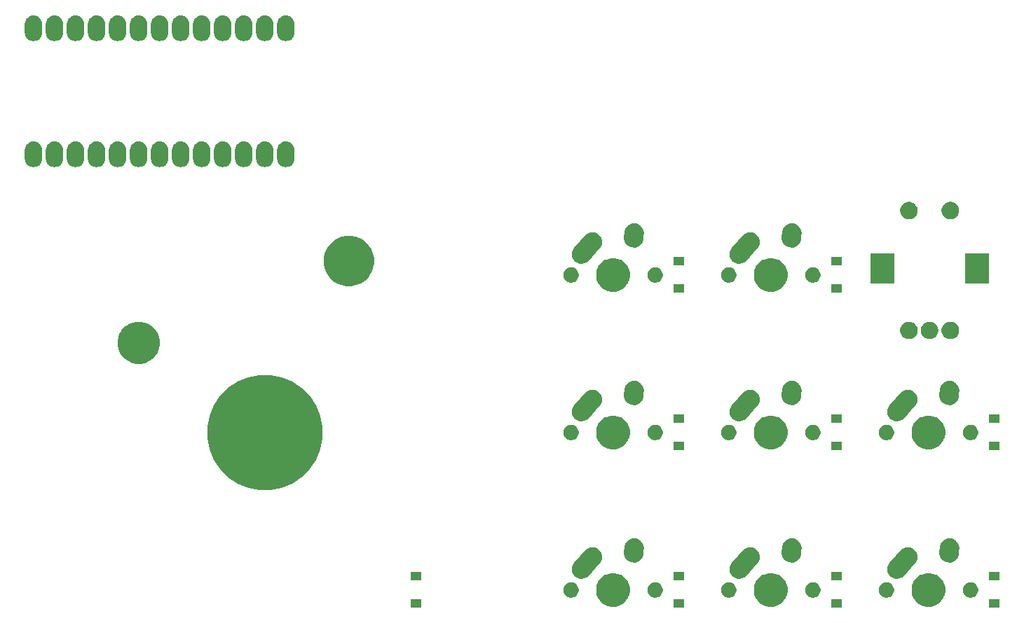
<source format=gbr>
G04 #@! TF.GenerationSoftware,KiCad,Pcbnew,(5.1.4)-1*
G04 #@! TF.CreationDate,2024-05-04T17:29:15-04:00*
G04 #@! TF.ProjectId,micarrizo-pad,6d696361-7272-4697-9a6f-2d7061642e6b,rev?*
G04 #@! TF.SameCoordinates,Original*
G04 #@! TF.FileFunction,Soldermask,Bot*
G04 #@! TF.FilePolarity,Negative*
%FSLAX46Y46*%
G04 Gerber Fmt 4.6, Leading zero omitted, Abs format (unit mm)*
G04 Created by KiCad (PCBNEW (5.1.4)-1) date 2024-05-04 17:29:15*
%MOMM*%
%LPD*%
G04 APERTURE LIST*
%ADD10C,0.100000*%
G04 APERTURE END LIST*
D10*
G36*
X110982250Y-106132250D02*
G01*
X109680250Y-106132250D01*
X109680250Y-105130250D01*
X110982250Y-105130250D01*
X110982250Y-106132250D01*
X110982250Y-106132250D01*
G37*
G36*
X130032250Y-106132250D02*
G01*
X128730250Y-106132250D01*
X128730250Y-105130250D01*
X130032250Y-105130250D01*
X130032250Y-106132250D01*
X130032250Y-106132250D01*
G37*
G36*
X149082250Y-106132250D02*
G01*
X147780250Y-106132250D01*
X147780250Y-105130250D01*
X149082250Y-105130250D01*
X149082250Y-106132250D01*
X149082250Y-106132250D01*
G37*
G36*
X79232250Y-106132250D02*
G01*
X77930250Y-106132250D01*
X77930250Y-105130250D01*
X79232250Y-105130250D01*
X79232250Y-106132250D01*
X79232250Y-106132250D01*
G37*
G36*
X102990224Y-102014934D02*
G01*
X103208224Y-102105233D01*
X103362373Y-102169083D01*
X103697298Y-102392873D01*
X103982127Y-102677702D01*
X104205917Y-103012627D01*
X104238312Y-103090836D01*
X104360066Y-103384776D01*
X104438650Y-103779844D01*
X104438650Y-104182656D01*
X104360066Y-104577724D01*
X104309201Y-104700522D01*
X104205917Y-104949873D01*
X103982127Y-105284798D01*
X103697298Y-105569627D01*
X103362373Y-105793417D01*
X103208224Y-105857267D01*
X102990224Y-105947566D01*
X102595156Y-106026150D01*
X102192344Y-106026150D01*
X101797276Y-105947566D01*
X101579276Y-105857267D01*
X101425127Y-105793417D01*
X101090202Y-105569627D01*
X100805373Y-105284798D01*
X100581583Y-104949873D01*
X100478299Y-104700522D01*
X100427434Y-104577724D01*
X100348850Y-104182656D01*
X100348850Y-103779844D01*
X100427434Y-103384776D01*
X100549188Y-103090836D01*
X100581583Y-103012627D01*
X100805373Y-102677702D01*
X101090202Y-102392873D01*
X101425127Y-102169083D01*
X101579276Y-102105233D01*
X101797276Y-102014934D01*
X102192344Y-101936350D01*
X102595156Y-101936350D01*
X102990224Y-102014934D01*
X102990224Y-102014934D01*
G37*
G36*
X122040224Y-102014934D02*
G01*
X122258224Y-102105233D01*
X122412373Y-102169083D01*
X122747298Y-102392873D01*
X123032127Y-102677702D01*
X123255917Y-103012627D01*
X123288312Y-103090836D01*
X123410066Y-103384776D01*
X123488650Y-103779844D01*
X123488650Y-104182656D01*
X123410066Y-104577724D01*
X123359201Y-104700522D01*
X123255917Y-104949873D01*
X123032127Y-105284798D01*
X122747298Y-105569627D01*
X122412373Y-105793417D01*
X122258224Y-105857267D01*
X122040224Y-105947566D01*
X121645156Y-106026150D01*
X121242344Y-106026150D01*
X120847276Y-105947566D01*
X120629276Y-105857267D01*
X120475127Y-105793417D01*
X120140202Y-105569627D01*
X119855373Y-105284798D01*
X119631583Y-104949873D01*
X119528299Y-104700522D01*
X119477434Y-104577724D01*
X119398850Y-104182656D01*
X119398850Y-103779844D01*
X119477434Y-103384776D01*
X119599188Y-103090836D01*
X119631583Y-103012627D01*
X119855373Y-102677702D01*
X120140202Y-102392873D01*
X120475127Y-102169083D01*
X120629276Y-102105233D01*
X120847276Y-102014934D01*
X121242344Y-101936350D01*
X121645156Y-101936350D01*
X122040224Y-102014934D01*
X122040224Y-102014934D01*
G37*
G36*
X141090224Y-102014934D02*
G01*
X141308224Y-102105233D01*
X141462373Y-102169083D01*
X141797298Y-102392873D01*
X142082127Y-102677702D01*
X142305917Y-103012627D01*
X142338312Y-103090836D01*
X142460066Y-103384776D01*
X142538650Y-103779844D01*
X142538650Y-104182656D01*
X142460066Y-104577724D01*
X142409201Y-104700522D01*
X142305917Y-104949873D01*
X142082127Y-105284798D01*
X141797298Y-105569627D01*
X141462373Y-105793417D01*
X141308224Y-105857267D01*
X141090224Y-105947566D01*
X140695156Y-106026150D01*
X140292344Y-106026150D01*
X139897276Y-105947566D01*
X139679276Y-105857267D01*
X139525127Y-105793417D01*
X139190202Y-105569627D01*
X138905373Y-105284798D01*
X138681583Y-104949873D01*
X138578299Y-104700522D01*
X138527434Y-104577724D01*
X138448850Y-104182656D01*
X138448850Y-103779844D01*
X138527434Y-103384776D01*
X138649188Y-103090836D01*
X138681583Y-103012627D01*
X138905373Y-102677702D01*
X139190202Y-102392873D01*
X139525127Y-102169083D01*
X139679276Y-102105233D01*
X139897276Y-102014934D01*
X140292344Y-101936350D01*
X140695156Y-101936350D01*
X141090224Y-102014934D01*
X141090224Y-102014934D01*
G37*
G36*
X97583854Y-103090835D02*
G01*
X97752376Y-103160639D01*
X97904041Y-103261978D01*
X98033022Y-103390959D01*
X98134361Y-103542624D01*
X98204165Y-103711146D01*
X98239750Y-103890047D01*
X98239750Y-104072453D01*
X98204165Y-104251354D01*
X98134361Y-104419876D01*
X98033022Y-104571541D01*
X97904041Y-104700522D01*
X97752376Y-104801861D01*
X97583854Y-104871665D01*
X97404953Y-104907250D01*
X97222547Y-104907250D01*
X97043646Y-104871665D01*
X96875124Y-104801861D01*
X96723459Y-104700522D01*
X96594478Y-104571541D01*
X96493139Y-104419876D01*
X96423335Y-104251354D01*
X96387750Y-104072453D01*
X96387750Y-103890047D01*
X96423335Y-103711146D01*
X96493139Y-103542624D01*
X96594478Y-103390959D01*
X96723459Y-103261978D01*
X96875124Y-103160639D01*
X97043646Y-103090835D01*
X97222547Y-103055250D01*
X97404953Y-103055250D01*
X97583854Y-103090835D01*
X97583854Y-103090835D01*
G37*
G36*
X126793854Y-103090835D02*
G01*
X126962376Y-103160639D01*
X127114041Y-103261978D01*
X127243022Y-103390959D01*
X127344361Y-103542624D01*
X127414165Y-103711146D01*
X127449750Y-103890047D01*
X127449750Y-104072453D01*
X127414165Y-104251354D01*
X127344361Y-104419876D01*
X127243022Y-104571541D01*
X127114041Y-104700522D01*
X126962376Y-104801861D01*
X126793854Y-104871665D01*
X126614953Y-104907250D01*
X126432547Y-104907250D01*
X126253646Y-104871665D01*
X126085124Y-104801861D01*
X125933459Y-104700522D01*
X125804478Y-104571541D01*
X125703139Y-104419876D01*
X125633335Y-104251354D01*
X125597750Y-104072453D01*
X125597750Y-103890047D01*
X125633335Y-103711146D01*
X125703139Y-103542624D01*
X125804478Y-103390959D01*
X125933459Y-103261978D01*
X126085124Y-103160639D01*
X126253646Y-103090835D01*
X126432547Y-103055250D01*
X126614953Y-103055250D01*
X126793854Y-103090835D01*
X126793854Y-103090835D01*
G37*
G36*
X116633854Y-103090835D02*
G01*
X116802376Y-103160639D01*
X116954041Y-103261978D01*
X117083022Y-103390959D01*
X117184361Y-103542624D01*
X117254165Y-103711146D01*
X117289750Y-103890047D01*
X117289750Y-104072453D01*
X117254165Y-104251354D01*
X117184361Y-104419876D01*
X117083022Y-104571541D01*
X116954041Y-104700522D01*
X116802376Y-104801861D01*
X116633854Y-104871665D01*
X116454953Y-104907250D01*
X116272547Y-104907250D01*
X116093646Y-104871665D01*
X115925124Y-104801861D01*
X115773459Y-104700522D01*
X115644478Y-104571541D01*
X115543139Y-104419876D01*
X115473335Y-104251354D01*
X115437750Y-104072453D01*
X115437750Y-103890047D01*
X115473335Y-103711146D01*
X115543139Y-103542624D01*
X115644478Y-103390959D01*
X115773459Y-103261978D01*
X115925124Y-103160639D01*
X116093646Y-103090835D01*
X116272547Y-103055250D01*
X116454953Y-103055250D01*
X116633854Y-103090835D01*
X116633854Y-103090835D01*
G37*
G36*
X135683854Y-103090835D02*
G01*
X135852376Y-103160639D01*
X136004041Y-103261978D01*
X136133022Y-103390959D01*
X136234361Y-103542624D01*
X136304165Y-103711146D01*
X136339750Y-103890047D01*
X136339750Y-104072453D01*
X136304165Y-104251354D01*
X136234361Y-104419876D01*
X136133022Y-104571541D01*
X136004041Y-104700522D01*
X135852376Y-104801861D01*
X135683854Y-104871665D01*
X135504953Y-104907250D01*
X135322547Y-104907250D01*
X135143646Y-104871665D01*
X134975124Y-104801861D01*
X134823459Y-104700522D01*
X134694478Y-104571541D01*
X134593139Y-104419876D01*
X134523335Y-104251354D01*
X134487750Y-104072453D01*
X134487750Y-103890047D01*
X134523335Y-103711146D01*
X134593139Y-103542624D01*
X134694478Y-103390959D01*
X134823459Y-103261978D01*
X134975124Y-103160639D01*
X135143646Y-103090835D01*
X135322547Y-103055250D01*
X135504953Y-103055250D01*
X135683854Y-103090835D01*
X135683854Y-103090835D01*
G37*
G36*
X145843854Y-103090835D02*
G01*
X146012376Y-103160639D01*
X146164041Y-103261978D01*
X146293022Y-103390959D01*
X146394361Y-103542624D01*
X146464165Y-103711146D01*
X146499750Y-103890047D01*
X146499750Y-104072453D01*
X146464165Y-104251354D01*
X146394361Y-104419876D01*
X146293022Y-104571541D01*
X146164041Y-104700522D01*
X146012376Y-104801861D01*
X145843854Y-104871665D01*
X145664953Y-104907250D01*
X145482547Y-104907250D01*
X145303646Y-104871665D01*
X145135124Y-104801861D01*
X144983459Y-104700522D01*
X144854478Y-104571541D01*
X144753139Y-104419876D01*
X144683335Y-104251354D01*
X144647750Y-104072453D01*
X144647750Y-103890047D01*
X144683335Y-103711146D01*
X144753139Y-103542624D01*
X144854478Y-103390959D01*
X144983459Y-103261978D01*
X145135124Y-103160639D01*
X145303646Y-103090835D01*
X145482547Y-103055250D01*
X145664953Y-103055250D01*
X145843854Y-103090835D01*
X145843854Y-103090835D01*
G37*
G36*
X107743854Y-103090835D02*
G01*
X107912376Y-103160639D01*
X108064041Y-103261978D01*
X108193022Y-103390959D01*
X108294361Y-103542624D01*
X108364165Y-103711146D01*
X108399750Y-103890047D01*
X108399750Y-104072453D01*
X108364165Y-104251354D01*
X108294361Y-104419876D01*
X108193022Y-104571541D01*
X108064041Y-104700522D01*
X107912376Y-104801861D01*
X107743854Y-104871665D01*
X107564953Y-104907250D01*
X107382547Y-104907250D01*
X107203646Y-104871665D01*
X107035124Y-104801861D01*
X106883459Y-104700522D01*
X106754478Y-104571541D01*
X106653139Y-104419876D01*
X106583335Y-104251354D01*
X106547750Y-104072453D01*
X106547750Y-103890047D01*
X106583335Y-103711146D01*
X106653139Y-103542624D01*
X106754478Y-103390959D01*
X106883459Y-103261978D01*
X107035124Y-103160639D01*
X107203646Y-103090835D01*
X107382547Y-103055250D01*
X107564953Y-103055250D01*
X107743854Y-103090835D01*
X107743854Y-103090835D01*
G37*
G36*
X79232250Y-102832250D02*
G01*
X77930250Y-102832250D01*
X77930250Y-101830250D01*
X79232250Y-101830250D01*
X79232250Y-102832250D01*
X79232250Y-102832250D01*
G37*
G36*
X110982250Y-102832250D02*
G01*
X109680250Y-102832250D01*
X109680250Y-101830250D01*
X110982250Y-101830250D01*
X110982250Y-102832250D01*
X110982250Y-102832250D01*
G37*
G36*
X149082250Y-102832250D02*
G01*
X147780250Y-102832250D01*
X147780250Y-101830250D01*
X149082250Y-101830250D01*
X149082250Y-102832250D01*
X149082250Y-102832250D01*
G37*
G36*
X130032250Y-102832250D02*
G01*
X128730250Y-102832250D01*
X128730250Y-101830250D01*
X130032250Y-101830250D01*
X130032250Y-102832250D01*
X130032250Y-102832250D01*
G37*
G36*
X99916955Y-98805131D02*
G01*
X99922395Y-98805250D01*
X100009578Y-98805250D01*
X100025847Y-98808486D01*
X100044706Y-98810765D01*
X100061282Y-98811496D01*
X100145973Y-98832260D01*
X100151268Y-98833434D01*
X100236777Y-98850443D01*
X100252112Y-98856795D01*
X100270151Y-98862705D01*
X100286271Y-98866657D01*
X100365254Y-98903530D01*
X100370244Y-98905727D01*
X100450795Y-98939092D01*
X100464591Y-98948310D01*
X100481143Y-98957632D01*
X100496176Y-98964650D01*
X100566444Y-99016221D01*
X100570942Y-99019372D01*
X100643406Y-99067791D01*
X100655133Y-99079518D01*
X100669559Y-99091898D01*
X100682929Y-99101711D01*
X100682930Y-99101712D01*
X100741771Y-99165983D01*
X100745579Y-99169964D01*
X100807209Y-99231594D01*
X100816424Y-99245385D01*
X100828146Y-99260328D01*
X100839355Y-99272571D01*
X100884549Y-99347124D01*
X100887496Y-99351751D01*
X100935908Y-99424205D01*
X100942255Y-99439527D01*
X100950842Y-99456481D01*
X100959441Y-99470667D01*
X100989228Y-99552618D01*
X100991202Y-99557698D01*
X101024557Y-99638223D01*
X101024557Y-99638224D01*
X101027791Y-99654483D01*
X101032908Y-99672792D01*
X101038575Y-99688384D01*
X101051805Y-99774595D01*
X101052751Y-99779963D01*
X101069750Y-99865423D01*
X101069750Y-99882002D01*
X101071194Y-99900942D01*
X101073713Y-99917354D01*
X101069870Y-100004499D01*
X101069750Y-100009939D01*
X101069750Y-100097075D01*
X101066516Y-100113333D01*
X101064238Y-100132191D01*
X101063506Y-100148781D01*
X101042738Y-100233487D01*
X101041562Y-100238787D01*
X101024557Y-100324277D01*
X101018207Y-100339607D01*
X101012299Y-100357643D01*
X101008345Y-100373770D01*
X100971461Y-100452776D01*
X100969261Y-100457773D01*
X100935908Y-100538295D01*
X100926694Y-100552085D01*
X100917372Y-100568637D01*
X100910352Y-100583674D01*
X100858761Y-100653970D01*
X100855616Y-100658460D01*
X100807211Y-100730904D01*
X100750210Y-100787905D01*
X100745561Y-100792813D01*
X100314061Y-101273720D01*
X99420473Y-102269626D01*
X99292429Y-102386852D01*
X99193380Y-102446896D01*
X99094333Y-102506939D01*
X98876616Y-102586073D01*
X98647645Y-102621211D01*
X98416220Y-102611004D01*
X98191231Y-102555843D01*
X98086477Y-102506939D01*
X97981329Y-102457852D01*
X97884588Y-102386852D01*
X97794573Y-102320789D01*
X97720144Y-102239491D01*
X97638148Y-102149929D01*
X97556314Y-102014935D01*
X97518061Y-101951833D01*
X97438927Y-101734116D01*
X97403789Y-101505145D01*
X97413996Y-101273720D01*
X97469157Y-101048731D01*
X97520722Y-100938278D01*
X97567148Y-100838830D01*
X97567150Y-100838827D01*
X97669864Y-100698872D01*
X98424995Y-99857277D01*
X98956537Y-99264871D01*
X98967431Y-99250839D01*
X98980289Y-99231596D01*
X99037323Y-99174562D01*
X99041973Y-99169653D01*
X99057028Y-99152874D01*
X99078451Y-99133261D01*
X99082432Y-99129453D01*
X99144096Y-99067789D01*
X99157893Y-99058570D01*
X99172852Y-99046835D01*
X99185071Y-99035648D01*
X99217135Y-99016211D01*
X99259580Y-98990481D01*
X99264171Y-98987558D01*
X99336705Y-98939092D01*
X99352050Y-98932736D01*
X99368998Y-98924151D01*
X99383166Y-98915562D01*
X99383167Y-98915562D01*
X99383168Y-98915561D01*
X99465062Y-98885795D01*
X99470160Y-98883813D01*
X99550723Y-98850443D01*
X99567002Y-98847205D01*
X99585292Y-98842094D01*
X99600885Y-98836427D01*
X99687050Y-98823204D01*
X99692413Y-98822259D01*
X99777923Y-98805250D01*
X99794516Y-98805250D01*
X99813459Y-98803805D01*
X99829856Y-98801289D01*
X99916955Y-98805131D01*
X99916955Y-98805131D01*
G37*
G36*
X118966955Y-98805131D02*
G01*
X118972395Y-98805250D01*
X119059578Y-98805250D01*
X119075847Y-98808486D01*
X119094706Y-98810765D01*
X119111282Y-98811496D01*
X119195973Y-98832260D01*
X119201268Y-98833434D01*
X119286777Y-98850443D01*
X119302112Y-98856795D01*
X119320151Y-98862705D01*
X119336271Y-98866657D01*
X119415254Y-98903530D01*
X119420244Y-98905727D01*
X119500795Y-98939092D01*
X119514591Y-98948310D01*
X119531143Y-98957632D01*
X119546176Y-98964650D01*
X119616444Y-99016221D01*
X119620942Y-99019372D01*
X119693406Y-99067791D01*
X119705133Y-99079518D01*
X119719559Y-99091898D01*
X119732929Y-99101711D01*
X119732930Y-99101712D01*
X119791771Y-99165983D01*
X119795579Y-99169964D01*
X119857209Y-99231594D01*
X119866424Y-99245385D01*
X119878146Y-99260328D01*
X119889355Y-99272571D01*
X119934549Y-99347124D01*
X119937496Y-99351751D01*
X119985908Y-99424205D01*
X119992255Y-99439527D01*
X120000842Y-99456481D01*
X120009441Y-99470667D01*
X120039228Y-99552618D01*
X120041202Y-99557698D01*
X120074557Y-99638223D01*
X120074557Y-99638224D01*
X120077791Y-99654483D01*
X120082908Y-99672792D01*
X120088575Y-99688384D01*
X120101805Y-99774595D01*
X120102751Y-99779963D01*
X120119750Y-99865423D01*
X120119750Y-99882002D01*
X120121194Y-99900942D01*
X120123713Y-99917354D01*
X120119870Y-100004499D01*
X120119750Y-100009939D01*
X120119750Y-100097075D01*
X120116516Y-100113333D01*
X120114238Y-100132191D01*
X120113506Y-100148781D01*
X120092738Y-100233487D01*
X120091562Y-100238787D01*
X120074557Y-100324277D01*
X120068207Y-100339607D01*
X120062299Y-100357643D01*
X120058345Y-100373770D01*
X120021461Y-100452776D01*
X120019261Y-100457773D01*
X119985908Y-100538295D01*
X119976694Y-100552085D01*
X119967372Y-100568637D01*
X119960352Y-100583674D01*
X119908761Y-100653970D01*
X119905616Y-100658460D01*
X119857211Y-100730904D01*
X119800210Y-100787905D01*
X119795561Y-100792813D01*
X119364061Y-101273720D01*
X118470473Y-102269626D01*
X118342429Y-102386852D01*
X118243381Y-102446895D01*
X118144333Y-102506939D01*
X117926616Y-102586073D01*
X117697645Y-102621211D01*
X117466220Y-102611004D01*
X117241231Y-102555843D01*
X117136477Y-102506939D01*
X117031329Y-102457852D01*
X116934588Y-102386852D01*
X116844573Y-102320789D01*
X116770144Y-102239491D01*
X116688148Y-102149929D01*
X116606314Y-102014935D01*
X116568061Y-101951833D01*
X116488927Y-101734116D01*
X116453789Y-101505145D01*
X116463996Y-101273720D01*
X116519157Y-101048731D01*
X116570722Y-100938278D01*
X116617148Y-100838830D01*
X116617150Y-100838827D01*
X116719864Y-100698872D01*
X117474995Y-99857277D01*
X118006537Y-99264871D01*
X118017431Y-99250839D01*
X118030289Y-99231596D01*
X118087323Y-99174562D01*
X118091973Y-99169653D01*
X118107028Y-99152874D01*
X118128451Y-99133261D01*
X118132432Y-99129453D01*
X118194096Y-99067789D01*
X118207893Y-99058570D01*
X118222852Y-99046835D01*
X118235071Y-99035648D01*
X118267135Y-99016211D01*
X118309580Y-98990481D01*
X118314171Y-98987558D01*
X118386705Y-98939092D01*
X118402050Y-98932736D01*
X118418998Y-98924151D01*
X118433166Y-98915562D01*
X118433167Y-98915562D01*
X118433168Y-98915561D01*
X118515062Y-98885795D01*
X118520160Y-98883813D01*
X118600723Y-98850443D01*
X118617002Y-98847205D01*
X118635292Y-98842094D01*
X118650885Y-98836427D01*
X118737050Y-98823204D01*
X118742413Y-98822259D01*
X118827923Y-98805250D01*
X118844516Y-98805250D01*
X118863459Y-98803805D01*
X118879856Y-98801289D01*
X118966955Y-98805131D01*
X118966955Y-98805131D01*
G37*
G36*
X138016955Y-98805131D02*
G01*
X138022395Y-98805250D01*
X138109578Y-98805250D01*
X138125847Y-98808486D01*
X138144706Y-98810765D01*
X138161282Y-98811496D01*
X138245973Y-98832260D01*
X138251268Y-98833434D01*
X138336777Y-98850443D01*
X138352112Y-98856795D01*
X138370151Y-98862705D01*
X138386271Y-98866657D01*
X138465254Y-98903530D01*
X138470244Y-98905727D01*
X138550795Y-98939092D01*
X138564591Y-98948310D01*
X138581143Y-98957632D01*
X138596176Y-98964650D01*
X138666444Y-99016221D01*
X138670942Y-99019372D01*
X138743406Y-99067791D01*
X138755133Y-99079518D01*
X138769559Y-99091898D01*
X138782929Y-99101711D01*
X138782930Y-99101712D01*
X138841771Y-99165983D01*
X138845579Y-99169964D01*
X138907209Y-99231594D01*
X138916424Y-99245385D01*
X138928146Y-99260328D01*
X138939355Y-99272571D01*
X138984549Y-99347124D01*
X138987496Y-99351751D01*
X139035908Y-99424205D01*
X139042255Y-99439527D01*
X139050842Y-99456481D01*
X139059441Y-99470667D01*
X139089228Y-99552618D01*
X139091202Y-99557698D01*
X139124557Y-99638223D01*
X139124557Y-99638224D01*
X139127791Y-99654483D01*
X139132908Y-99672792D01*
X139138575Y-99688384D01*
X139151805Y-99774595D01*
X139152751Y-99779963D01*
X139169750Y-99865423D01*
X139169750Y-99882002D01*
X139171194Y-99900942D01*
X139173713Y-99917354D01*
X139169870Y-100004499D01*
X139169750Y-100009939D01*
X139169750Y-100097075D01*
X139166516Y-100113333D01*
X139164238Y-100132191D01*
X139163506Y-100148781D01*
X139142738Y-100233487D01*
X139141562Y-100238787D01*
X139124557Y-100324277D01*
X139118207Y-100339607D01*
X139112299Y-100357643D01*
X139108345Y-100373770D01*
X139071461Y-100452776D01*
X139069261Y-100457773D01*
X139035908Y-100538295D01*
X139026694Y-100552085D01*
X139017372Y-100568637D01*
X139010352Y-100583674D01*
X138958761Y-100653970D01*
X138955616Y-100658460D01*
X138907211Y-100730904D01*
X138850210Y-100787905D01*
X138845561Y-100792813D01*
X138414061Y-101273720D01*
X137520473Y-102269626D01*
X137392429Y-102386852D01*
X137293381Y-102446895D01*
X137194333Y-102506939D01*
X136976616Y-102586073D01*
X136747645Y-102621211D01*
X136516220Y-102611004D01*
X136291231Y-102555843D01*
X136186477Y-102506939D01*
X136081329Y-102457852D01*
X135984588Y-102386852D01*
X135894573Y-102320789D01*
X135820144Y-102239491D01*
X135738148Y-102149929D01*
X135656314Y-102014935D01*
X135618061Y-101951833D01*
X135538927Y-101734116D01*
X135503789Y-101505145D01*
X135513996Y-101273720D01*
X135569157Y-101048731D01*
X135620722Y-100938278D01*
X135667148Y-100838830D01*
X135667150Y-100838827D01*
X135769864Y-100698872D01*
X136524995Y-99857277D01*
X137056537Y-99264871D01*
X137067431Y-99250839D01*
X137080289Y-99231596D01*
X137137323Y-99174562D01*
X137141973Y-99169653D01*
X137157028Y-99152874D01*
X137178451Y-99133261D01*
X137182432Y-99129453D01*
X137244096Y-99067789D01*
X137257893Y-99058570D01*
X137272852Y-99046835D01*
X137285071Y-99035648D01*
X137317135Y-99016211D01*
X137359580Y-98990481D01*
X137364171Y-98987558D01*
X137436705Y-98939092D01*
X137452050Y-98932736D01*
X137468998Y-98924151D01*
X137483166Y-98915562D01*
X137483167Y-98915562D01*
X137483168Y-98915561D01*
X137565062Y-98885795D01*
X137570160Y-98883813D01*
X137650723Y-98850443D01*
X137667002Y-98847205D01*
X137685292Y-98842094D01*
X137700885Y-98836427D01*
X137787050Y-98823204D01*
X137792413Y-98822259D01*
X137877923Y-98805250D01*
X137894516Y-98805250D01*
X137913459Y-98803805D01*
X137929856Y-98801289D01*
X138016955Y-98805131D01*
X138016955Y-98805131D01*
G37*
G36*
X105021877Y-97723511D02*
G01*
X105042650Y-97725250D01*
X105049577Y-97725250D01*
X105144504Y-97744132D01*
X105148098Y-97744792D01*
X105243480Y-97760874D01*
X105249953Y-97763335D01*
X105269978Y-97769091D01*
X105276777Y-97770443D01*
X105339164Y-97796284D01*
X105366193Y-97807480D01*
X105369594Y-97808831D01*
X105460005Y-97843211D01*
X105465877Y-97846890D01*
X105484386Y-97856437D01*
X105490795Y-97859092D01*
X105571313Y-97912892D01*
X105574304Y-97914828D01*
X105656307Y-97966209D01*
X105661334Y-97970950D01*
X105677646Y-97983941D01*
X105683402Y-97987787D01*
X105751860Y-98056245D01*
X105754439Y-98058749D01*
X105824840Y-98125139D01*
X105828845Y-98130769D01*
X105842309Y-98146694D01*
X105847209Y-98151594D01*
X105900994Y-98232089D01*
X105903041Y-98235057D01*
X105959130Y-98313895D01*
X105961964Y-98320208D01*
X105972058Y-98338443D01*
X105975908Y-98344205D01*
X106012970Y-98433680D01*
X106014374Y-98436935D01*
X106054015Y-98525223D01*
X106055565Y-98531975D01*
X106061902Y-98551812D01*
X106064557Y-98558223D01*
X106083442Y-98653167D01*
X106084188Y-98656651D01*
X106105848Y-98751001D01*
X106105848Y-98751004D01*
X106106050Y-98757904D01*
X106108397Y-98778620D01*
X106109750Y-98785424D01*
X106109750Y-98882236D01*
X106109803Y-98885834D01*
X106110938Y-98924527D01*
X106110045Y-98937475D01*
X106109750Y-98946047D01*
X106109750Y-99017076D01*
X106103831Y-99046835D01*
X106103354Y-99049229D01*
X106101250Y-99065000D01*
X106062988Y-99619795D01*
X106034126Y-99790980D01*
X105951788Y-100007505D01*
X105828791Y-100203807D01*
X105669861Y-100372340D01*
X105481105Y-100506630D01*
X105269777Y-100601515D01*
X105043999Y-100653348D01*
X104812448Y-100660139D01*
X104812447Y-100660139D01*
X104766762Y-100652436D01*
X104584020Y-100621626D01*
X104367495Y-100539288D01*
X104171193Y-100416291D01*
X104002660Y-100257361D01*
X103868370Y-100068605D01*
X103773485Y-99857277D01*
X103721652Y-99631499D01*
X103716562Y-99457973D01*
X103757454Y-98865044D01*
X103757750Y-98856446D01*
X103757750Y-98785425D01*
X103776632Y-98690500D01*
X103777294Y-98686895D01*
X103782981Y-98653167D01*
X103793374Y-98591520D01*
X103795835Y-98585049D01*
X103801592Y-98565017D01*
X103802943Y-98558224D01*
X103805593Y-98551826D01*
X103840014Y-98468726D01*
X103841303Y-98465480D01*
X103875712Y-98374995D01*
X103879386Y-98369131D01*
X103888937Y-98350615D01*
X103891592Y-98344205D01*
X103945407Y-98263665D01*
X103947327Y-98260699D01*
X103998709Y-98178693D01*
X104003461Y-98173654D01*
X104016439Y-98157357D01*
X104020287Y-98151598D01*
X104088743Y-98083142D01*
X104091296Y-98080512D01*
X104111773Y-98058798D01*
X104157639Y-98010160D01*
X104163271Y-98006153D01*
X104179197Y-97992688D01*
X104184096Y-97987789D01*
X104264574Y-97934016D01*
X104267556Y-97931960D01*
X104346395Y-97875870D01*
X104352705Y-97873037D01*
X104370944Y-97862941D01*
X104376701Y-97859094D01*
X104376704Y-97859093D01*
X104376705Y-97859092D01*
X104466179Y-97822031D01*
X104469437Y-97820625D01*
X104557723Y-97780985D01*
X104564475Y-97779435D01*
X104584312Y-97773098D01*
X104590723Y-97770443D01*
X104685649Y-97751561D01*
X104689196Y-97750801D01*
X104783501Y-97729151D01*
X104785880Y-97729081D01*
X104790415Y-97728948D01*
X104811131Y-97726601D01*
X104817924Y-97725250D01*
X104914709Y-97725250D01*
X104918334Y-97725197D01*
X105015052Y-97722360D01*
X105021877Y-97723511D01*
X105021877Y-97723511D01*
G37*
G36*
X124071877Y-97723511D02*
G01*
X124092650Y-97725250D01*
X124099577Y-97725250D01*
X124194504Y-97744132D01*
X124198098Y-97744792D01*
X124293480Y-97760874D01*
X124299953Y-97763335D01*
X124319978Y-97769091D01*
X124326777Y-97770443D01*
X124389164Y-97796284D01*
X124416193Y-97807480D01*
X124419594Y-97808831D01*
X124510005Y-97843211D01*
X124515877Y-97846890D01*
X124534386Y-97856437D01*
X124540795Y-97859092D01*
X124621313Y-97912892D01*
X124624304Y-97914828D01*
X124706307Y-97966209D01*
X124711334Y-97970950D01*
X124727646Y-97983941D01*
X124733402Y-97987787D01*
X124801860Y-98056245D01*
X124804439Y-98058749D01*
X124874840Y-98125139D01*
X124878845Y-98130769D01*
X124892309Y-98146694D01*
X124897209Y-98151594D01*
X124950994Y-98232089D01*
X124953041Y-98235057D01*
X125009130Y-98313895D01*
X125011964Y-98320208D01*
X125022058Y-98338443D01*
X125025908Y-98344205D01*
X125062970Y-98433680D01*
X125064374Y-98436935D01*
X125104015Y-98525223D01*
X125105565Y-98531975D01*
X125111902Y-98551812D01*
X125114557Y-98558223D01*
X125133442Y-98653167D01*
X125134188Y-98656651D01*
X125155848Y-98751001D01*
X125155848Y-98751004D01*
X125156050Y-98757904D01*
X125158397Y-98778620D01*
X125159750Y-98785424D01*
X125159750Y-98882236D01*
X125159803Y-98885834D01*
X125160938Y-98924527D01*
X125160045Y-98937475D01*
X125159750Y-98946047D01*
X125159750Y-99017076D01*
X125153831Y-99046835D01*
X125153354Y-99049229D01*
X125151250Y-99065000D01*
X125112988Y-99619795D01*
X125084126Y-99790980D01*
X125001788Y-100007505D01*
X124878791Y-100203807D01*
X124719861Y-100372340D01*
X124531105Y-100506630D01*
X124319777Y-100601515D01*
X124093999Y-100653348D01*
X123862448Y-100660139D01*
X123862447Y-100660139D01*
X123816762Y-100652436D01*
X123634020Y-100621626D01*
X123417495Y-100539288D01*
X123221193Y-100416291D01*
X123052660Y-100257361D01*
X122918370Y-100068605D01*
X122823485Y-99857277D01*
X122771652Y-99631499D01*
X122766562Y-99457973D01*
X122807454Y-98865044D01*
X122807750Y-98856446D01*
X122807750Y-98785425D01*
X122826632Y-98690500D01*
X122827294Y-98686895D01*
X122832981Y-98653167D01*
X122843374Y-98591520D01*
X122845835Y-98585049D01*
X122851592Y-98565017D01*
X122852943Y-98558224D01*
X122855593Y-98551826D01*
X122890014Y-98468726D01*
X122891303Y-98465480D01*
X122925712Y-98374995D01*
X122929386Y-98369131D01*
X122938937Y-98350615D01*
X122941592Y-98344205D01*
X122995407Y-98263665D01*
X122997327Y-98260699D01*
X123048709Y-98178693D01*
X123053461Y-98173654D01*
X123066439Y-98157357D01*
X123070287Y-98151598D01*
X123138743Y-98083142D01*
X123141296Y-98080512D01*
X123161773Y-98058798D01*
X123207639Y-98010160D01*
X123213271Y-98006153D01*
X123229197Y-97992688D01*
X123234096Y-97987789D01*
X123314574Y-97934016D01*
X123317556Y-97931960D01*
X123396395Y-97875870D01*
X123402705Y-97873037D01*
X123420944Y-97862941D01*
X123426701Y-97859094D01*
X123426704Y-97859093D01*
X123426705Y-97859092D01*
X123516179Y-97822031D01*
X123519437Y-97820625D01*
X123607723Y-97780985D01*
X123614475Y-97779435D01*
X123634312Y-97773098D01*
X123640723Y-97770443D01*
X123735649Y-97751561D01*
X123739196Y-97750801D01*
X123833501Y-97729151D01*
X123835880Y-97729081D01*
X123840415Y-97728948D01*
X123861131Y-97726601D01*
X123867924Y-97725250D01*
X123964709Y-97725250D01*
X123968334Y-97725197D01*
X124065052Y-97722360D01*
X124071877Y-97723511D01*
X124071877Y-97723511D01*
G37*
G36*
X143121877Y-97723511D02*
G01*
X143142650Y-97725250D01*
X143149577Y-97725250D01*
X143244504Y-97744132D01*
X143248098Y-97744792D01*
X143343480Y-97760874D01*
X143349953Y-97763335D01*
X143369978Y-97769091D01*
X143376777Y-97770443D01*
X143439164Y-97796284D01*
X143466193Y-97807480D01*
X143469594Y-97808831D01*
X143560005Y-97843211D01*
X143565877Y-97846890D01*
X143584386Y-97856437D01*
X143590795Y-97859092D01*
X143671313Y-97912892D01*
X143674304Y-97914828D01*
X143756307Y-97966209D01*
X143761334Y-97970950D01*
X143777646Y-97983941D01*
X143783402Y-97987787D01*
X143851860Y-98056245D01*
X143854439Y-98058749D01*
X143924840Y-98125139D01*
X143928845Y-98130769D01*
X143942309Y-98146694D01*
X143947209Y-98151594D01*
X144000994Y-98232089D01*
X144003041Y-98235057D01*
X144059130Y-98313895D01*
X144061964Y-98320208D01*
X144072058Y-98338443D01*
X144075908Y-98344205D01*
X144112970Y-98433680D01*
X144114374Y-98436935D01*
X144154015Y-98525223D01*
X144155565Y-98531975D01*
X144161902Y-98551812D01*
X144164557Y-98558223D01*
X144183442Y-98653167D01*
X144184188Y-98656651D01*
X144205848Y-98751001D01*
X144205848Y-98751004D01*
X144206050Y-98757904D01*
X144208397Y-98778620D01*
X144209750Y-98785424D01*
X144209750Y-98882236D01*
X144209803Y-98885834D01*
X144210938Y-98924527D01*
X144210045Y-98937475D01*
X144209750Y-98946047D01*
X144209750Y-99017076D01*
X144203831Y-99046835D01*
X144203354Y-99049229D01*
X144201250Y-99065000D01*
X144162988Y-99619795D01*
X144134126Y-99790980D01*
X144051788Y-100007505D01*
X143928791Y-100203807D01*
X143769861Y-100372340D01*
X143581105Y-100506630D01*
X143369777Y-100601515D01*
X143143999Y-100653348D01*
X142912448Y-100660139D01*
X142912447Y-100660139D01*
X142866762Y-100652436D01*
X142684020Y-100621626D01*
X142467495Y-100539288D01*
X142271193Y-100416291D01*
X142102660Y-100257361D01*
X141968370Y-100068605D01*
X141873485Y-99857277D01*
X141821652Y-99631499D01*
X141816562Y-99457973D01*
X141857454Y-98865044D01*
X141857750Y-98856446D01*
X141857750Y-98785425D01*
X141876632Y-98690500D01*
X141877294Y-98686895D01*
X141882981Y-98653167D01*
X141893374Y-98591520D01*
X141895835Y-98585049D01*
X141901592Y-98565017D01*
X141902943Y-98558224D01*
X141905593Y-98551826D01*
X141940014Y-98468726D01*
X141941303Y-98465480D01*
X141975712Y-98374995D01*
X141979386Y-98369131D01*
X141988937Y-98350615D01*
X141991592Y-98344205D01*
X142045407Y-98263665D01*
X142047327Y-98260699D01*
X142098709Y-98178693D01*
X142103461Y-98173654D01*
X142116439Y-98157357D01*
X142120287Y-98151598D01*
X142188743Y-98083142D01*
X142191296Y-98080512D01*
X142211773Y-98058798D01*
X142257639Y-98010160D01*
X142263271Y-98006153D01*
X142279197Y-97992688D01*
X142284096Y-97987789D01*
X142364574Y-97934016D01*
X142367556Y-97931960D01*
X142446395Y-97875870D01*
X142452705Y-97873037D01*
X142470944Y-97862941D01*
X142476701Y-97859094D01*
X142476704Y-97859093D01*
X142476705Y-97859092D01*
X142566179Y-97822031D01*
X142569437Y-97820625D01*
X142657723Y-97780985D01*
X142664475Y-97779435D01*
X142684312Y-97773098D01*
X142690723Y-97770443D01*
X142785649Y-97751561D01*
X142789196Y-97750801D01*
X142883501Y-97729151D01*
X142885880Y-97729081D01*
X142890415Y-97728948D01*
X142911131Y-97726601D01*
X142917924Y-97725250D01*
X143014709Y-97725250D01*
X143018334Y-97725197D01*
X143115052Y-97722360D01*
X143121877Y-97723511D01*
X143121877Y-97723511D01*
G37*
G36*
X62352531Y-78247372D02*
G01*
X63617532Y-78771353D01*
X64756004Y-79532055D01*
X65724195Y-80500246D01*
X66484897Y-81638718D01*
X67008878Y-82903719D01*
X67276000Y-84246635D01*
X67276000Y-85615865D01*
X67008878Y-86958781D01*
X66484897Y-88223782D01*
X65724195Y-89362254D01*
X64756004Y-90330445D01*
X63617532Y-91091147D01*
X62352531Y-91615128D01*
X61009615Y-91882250D01*
X59640385Y-91882250D01*
X58297469Y-91615128D01*
X57032468Y-91091147D01*
X55893996Y-90330445D01*
X54925805Y-89362254D01*
X54165103Y-88223782D01*
X53641122Y-86958781D01*
X53374000Y-85615865D01*
X53374000Y-84246635D01*
X53641122Y-82903719D01*
X54165103Y-81638718D01*
X54925805Y-80500246D01*
X55893996Y-79532055D01*
X57032468Y-78771353D01*
X58297469Y-78247372D01*
X59640385Y-77980250D01*
X61009615Y-77980250D01*
X62352531Y-78247372D01*
X62352531Y-78247372D01*
G37*
G36*
X130032250Y-87082250D02*
G01*
X128730250Y-87082250D01*
X128730250Y-86080250D01*
X130032250Y-86080250D01*
X130032250Y-87082250D01*
X130032250Y-87082250D01*
G37*
G36*
X149082250Y-87082250D02*
G01*
X147780250Y-87082250D01*
X147780250Y-86080250D01*
X149082250Y-86080250D01*
X149082250Y-87082250D01*
X149082250Y-87082250D01*
G37*
G36*
X110982250Y-87082250D02*
G01*
X109680250Y-87082250D01*
X109680250Y-86080250D01*
X110982250Y-86080250D01*
X110982250Y-87082250D01*
X110982250Y-87082250D01*
G37*
G36*
X102990224Y-82964934D02*
G01*
X103208224Y-83055233D01*
X103362373Y-83119083D01*
X103697298Y-83342873D01*
X103982127Y-83627702D01*
X104205917Y-83962627D01*
X104238312Y-84040836D01*
X104360066Y-84334776D01*
X104438650Y-84729844D01*
X104438650Y-85132656D01*
X104360066Y-85527724D01*
X104309201Y-85650522D01*
X104205917Y-85899873D01*
X103982127Y-86234798D01*
X103697298Y-86519627D01*
X103362373Y-86743417D01*
X103208224Y-86807267D01*
X102990224Y-86897566D01*
X102595156Y-86976150D01*
X102192344Y-86976150D01*
X101797276Y-86897566D01*
X101579276Y-86807267D01*
X101425127Y-86743417D01*
X101090202Y-86519627D01*
X100805373Y-86234798D01*
X100581583Y-85899873D01*
X100478299Y-85650522D01*
X100427434Y-85527724D01*
X100348850Y-85132656D01*
X100348850Y-84729844D01*
X100427434Y-84334776D01*
X100549188Y-84040836D01*
X100581583Y-83962627D01*
X100805373Y-83627702D01*
X101090202Y-83342873D01*
X101425127Y-83119083D01*
X101579276Y-83055233D01*
X101797276Y-82964934D01*
X102192344Y-82886350D01*
X102595156Y-82886350D01*
X102990224Y-82964934D01*
X102990224Y-82964934D01*
G37*
G36*
X141090224Y-82964934D02*
G01*
X141308224Y-83055233D01*
X141462373Y-83119083D01*
X141797298Y-83342873D01*
X142082127Y-83627702D01*
X142305917Y-83962627D01*
X142338312Y-84040836D01*
X142460066Y-84334776D01*
X142538650Y-84729844D01*
X142538650Y-85132656D01*
X142460066Y-85527724D01*
X142409201Y-85650522D01*
X142305917Y-85899873D01*
X142082127Y-86234798D01*
X141797298Y-86519627D01*
X141462373Y-86743417D01*
X141308224Y-86807267D01*
X141090224Y-86897566D01*
X140695156Y-86976150D01*
X140292344Y-86976150D01*
X139897276Y-86897566D01*
X139679276Y-86807267D01*
X139525127Y-86743417D01*
X139190202Y-86519627D01*
X138905373Y-86234798D01*
X138681583Y-85899873D01*
X138578299Y-85650522D01*
X138527434Y-85527724D01*
X138448850Y-85132656D01*
X138448850Y-84729844D01*
X138527434Y-84334776D01*
X138649188Y-84040836D01*
X138681583Y-83962627D01*
X138905373Y-83627702D01*
X139190202Y-83342873D01*
X139525127Y-83119083D01*
X139679276Y-83055233D01*
X139897276Y-82964934D01*
X140292344Y-82886350D01*
X140695156Y-82886350D01*
X141090224Y-82964934D01*
X141090224Y-82964934D01*
G37*
G36*
X122040224Y-82964934D02*
G01*
X122258224Y-83055233D01*
X122412373Y-83119083D01*
X122747298Y-83342873D01*
X123032127Y-83627702D01*
X123255917Y-83962627D01*
X123288312Y-84040836D01*
X123410066Y-84334776D01*
X123488650Y-84729844D01*
X123488650Y-85132656D01*
X123410066Y-85527724D01*
X123359201Y-85650522D01*
X123255917Y-85899873D01*
X123032127Y-86234798D01*
X122747298Y-86519627D01*
X122412373Y-86743417D01*
X122258224Y-86807267D01*
X122040224Y-86897566D01*
X121645156Y-86976150D01*
X121242344Y-86976150D01*
X120847276Y-86897566D01*
X120629276Y-86807267D01*
X120475127Y-86743417D01*
X120140202Y-86519627D01*
X119855373Y-86234798D01*
X119631583Y-85899873D01*
X119528299Y-85650522D01*
X119477434Y-85527724D01*
X119398850Y-85132656D01*
X119398850Y-84729844D01*
X119477434Y-84334776D01*
X119599188Y-84040836D01*
X119631583Y-83962627D01*
X119855373Y-83627702D01*
X120140202Y-83342873D01*
X120475127Y-83119083D01*
X120629276Y-83055233D01*
X120847276Y-82964934D01*
X121242344Y-82886350D01*
X121645156Y-82886350D01*
X122040224Y-82964934D01*
X122040224Y-82964934D01*
G37*
G36*
X126793854Y-84040835D02*
G01*
X126962376Y-84110639D01*
X127114041Y-84211978D01*
X127243022Y-84340959D01*
X127344361Y-84492624D01*
X127414165Y-84661146D01*
X127449750Y-84840047D01*
X127449750Y-85022453D01*
X127414165Y-85201354D01*
X127344361Y-85369876D01*
X127243022Y-85521541D01*
X127114041Y-85650522D01*
X126962376Y-85751861D01*
X126793854Y-85821665D01*
X126614953Y-85857250D01*
X126432547Y-85857250D01*
X126253646Y-85821665D01*
X126085124Y-85751861D01*
X125933459Y-85650522D01*
X125804478Y-85521541D01*
X125703139Y-85369876D01*
X125633335Y-85201354D01*
X125597750Y-85022453D01*
X125597750Y-84840047D01*
X125633335Y-84661146D01*
X125703139Y-84492624D01*
X125804478Y-84340959D01*
X125933459Y-84211978D01*
X126085124Y-84110639D01*
X126253646Y-84040835D01*
X126432547Y-84005250D01*
X126614953Y-84005250D01*
X126793854Y-84040835D01*
X126793854Y-84040835D01*
G37*
G36*
X135683854Y-84040835D02*
G01*
X135852376Y-84110639D01*
X136004041Y-84211978D01*
X136133022Y-84340959D01*
X136234361Y-84492624D01*
X136304165Y-84661146D01*
X136339750Y-84840047D01*
X136339750Y-85022453D01*
X136304165Y-85201354D01*
X136234361Y-85369876D01*
X136133022Y-85521541D01*
X136004041Y-85650522D01*
X135852376Y-85751861D01*
X135683854Y-85821665D01*
X135504953Y-85857250D01*
X135322547Y-85857250D01*
X135143646Y-85821665D01*
X134975124Y-85751861D01*
X134823459Y-85650522D01*
X134694478Y-85521541D01*
X134593139Y-85369876D01*
X134523335Y-85201354D01*
X134487750Y-85022453D01*
X134487750Y-84840047D01*
X134523335Y-84661146D01*
X134593139Y-84492624D01*
X134694478Y-84340959D01*
X134823459Y-84211978D01*
X134975124Y-84110639D01*
X135143646Y-84040835D01*
X135322547Y-84005250D01*
X135504953Y-84005250D01*
X135683854Y-84040835D01*
X135683854Y-84040835D01*
G37*
G36*
X116633854Y-84040835D02*
G01*
X116802376Y-84110639D01*
X116954041Y-84211978D01*
X117083022Y-84340959D01*
X117184361Y-84492624D01*
X117254165Y-84661146D01*
X117289750Y-84840047D01*
X117289750Y-85022453D01*
X117254165Y-85201354D01*
X117184361Y-85369876D01*
X117083022Y-85521541D01*
X116954041Y-85650522D01*
X116802376Y-85751861D01*
X116633854Y-85821665D01*
X116454953Y-85857250D01*
X116272547Y-85857250D01*
X116093646Y-85821665D01*
X115925124Y-85751861D01*
X115773459Y-85650522D01*
X115644478Y-85521541D01*
X115543139Y-85369876D01*
X115473335Y-85201354D01*
X115437750Y-85022453D01*
X115437750Y-84840047D01*
X115473335Y-84661146D01*
X115543139Y-84492624D01*
X115644478Y-84340959D01*
X115773459Y-84211978D01*
X115925124Y-84110639D01*
X116093646Y-84040835D01*
X116272547Y-84005250D01*
X116454953Y-84005250D01*
X116633854Y-84040835D01*
X116633854Y-84040835D01*
G37*
G36*
X107743854Y-84040835D02*
G01*
X107912376Y-84110639D01*
X108064041Y-84211978D01*
X108193022Y-84340959D01*
X108294361Y-84492624D01*
X108364165Y-84661146D01*
X108399750Y-84840047D01*
X108399750Y-85022453D01*
X108364165Y-85201354D01*
X108294361Y-85369876D01*
X108193022Y-85521541D01*
X108064041Y-85650522D01*
X107912376Y-85751861D01*
X107743854Y-85821665D01*
X107564953Y-85857250D01*
X107382547Y-85857250D01*
X107203646Y-85821665D01*
X107035124Y-85751861D01*
X106883459Y-85650522D01*
X106754478Y-85521541D01*
X106653139Y-85369876D01*
X106583335Y-85201354D01*
X106547750Y-85022453D01*
X106547750Y-84840047D01*
X106583335Y-84661146D01*
X106653139Y-84492624D01*
X106754478Y-84340959D01*
X106883459Y-84211978D01*
X107035124Y-84110639D01*
X107203646Y-84040835D01*
X107382547Y-84005250D01*
X107564953Y-84005250D01*
X107743854Y-84040835D01*
X107743854Y-84040835D01*
G37*
G36*
X97583854Y-84040835D02*
G01*
X97752376Y-84110639D01*
X97904041Y-84211978D01*
X98033022Y-84340959D01*
X98134361Y-84492624D01*
X98204165Y-84661146D01*
X98239750Y-84840047D01*
X98239750Y-85022453D01*
X98204165Y-85201354D01*
X98134361Y-85369876D01*
X98033022Y-85521541D01*
X97904041Y-85650522D01*
X97752376Y-85751861D01*
X97583854Y-85821665D01*
X97404953Y-85857250D01*
X97222547Y-85857250D01*
X97043646Y-85821665D01*
X96875124Y-85751861D01*
X96723459Y-85650522D01*
X96594478Y-85521541D01*
X96493139Y-85369876D01*
X96423335Y-85201354D01*
X96387750Y-85022453D01*
X96387750Y-84840047D01*
X96423335Y-84661146D01*
X96493139Y-84492624D01*
X96594478Y-84340959D01*
X96723459Y-84211978D01*
X96875124Y-84110639D01*
X97043646Y-84040835D01*
X97222547Y-84005250D01*
X97404953Y-84005250D01*
X97583854Y-84040835D01*
X97583854Y-84040835D01*
G37*
G36*
X145843854Y-84040835D02*
G01*
X146012376Y-84110639D01*
X146164041Y-84211978D01*
X146293022Y-84340959D01*
X146394361Y-84492624D01*
X146464165Y-84661146D01*
X146499750Y-84840047D01*
X146499750Y-85022453D01*
X146464165Y-85201354D01*
X146394361Y-85369876D01*
X146293022Y-85521541D01*
X146164041Y-85650522D01*
X146012376Y-85751861D01*
X145843854Y-85821665D01*
X145664953Y-85857250D01*
X145482547Y-85857250D01*
X145303646Y-85821665D01*
X145135124Y-85751861D01*
X144983459Y-85650522D01*
X144854478Y-85521541D01*
X144753139Y-85369876D01*
X144683335Y-85201354D01*
X144647750Y-85022453D01*
X144647750Y-84840047D01*
X144683335Y-84661146D01*
X144753139Y-84492624D01*
X144854478Y-84340959D01*
X144983459Y-84211978D01*
X145135124Y-84110639D01*
X145303646Y-84040835D01*
X145482547Y-84005250D01*
X145664953Y-84005250D01*
X145843854Y-84040835D01*
X145843854Y-84040835D01*
G37*
G36*
X110982250Y-83782250D02*
G01*
X109680250Y-83782250D01*
X109680250Y-82780250D01*
X110982250Y-82780250D01*
X110982250Y-83782250D01*
X110982250Y-83782250D01*
G37*
G36*
X130032250Y-83782250D02*
G01*
X128730250Y-83782250D01*
X128730250Y-82780250D01*
X130032250Y-82780250D01*
X130032250Y-83782250D01*
X130032250Y-83782250D01*
G37*
G36*
X149082250Y-83782250D02*
G01*
X147780250Y-83782250D01*
X147780250Y-82780250D01*
X149082250Y-82780250D01*
X149082250Y-83782250D01*
X149082250Y-83782250D01*
G37*
G36*
X118966955Y-79755131D02*
G01*
X118972395Y-79755250D01*
X119059578Y-79755250D01*
X119075847Y-79758486D01*
X119094706Y-79760765D01*
X119111282Y-79761496D01*
X119195973Y-79782260D01*
X119201268Y-79783434D01*
X119286777Y-79800443D01*
X119302112Y-79806795D01*
X119320151Y-79812705D01*
X119336271Y-79816657D01*
X119415254Y-79853530D01*
X119420244Y-79855727D01*
X119500795Y-79889092D01*
X119514591Y-79898310D01*
X119531143Y-79907632D01*
X119546176Y-79914650D01*
X119616444Y-79966221D01*
X119620942Y-79969372D01*
X119693406Y-80017791D01*
X119705133Y-80029518D01*
X119719559Y-80041898D01*
X119732929Y-80051711D01*
X119732930Y-80051712D01*
X119791771Y-80115983D01*
X119795579Y-80119964D01*
X119857209Y-80181594D01*
X119866424Y-80195385D01*
X119878146Y-80210328D01*
X119889355Y-80222571D01*
X119934549Y-80297124D01*
X119937496Y-80301751D01*
X119985908Y-80374205D01*
X119992255Y-80389527D01*
X120000842Y-80406481D01*
X120009441Y-80420667D01*
X120039228Y-80502618D01*
X120041202Y-80507698D01*
X120074557Y-80588223D01*
X120074557Y-80588224D01*
X120077791Y-80604483D01*
X120082908Y-80622792D01*
X120088575Y-80638384D01*
X120101805Y-80724595D01*
X120102751Y-80729963D01*
X120119750Y-80815423D01*
X120119750Y-80832002D01*
X120121194Y-80850942D01*
X120123713Y-80867354D01*
X120119870Y-80954499D01*
X120119750Y-80959939D01*
X120119750Y-81047075D01*
X120116516Y-81063333D01*
X120114238Y-81082191D01*
X120113506Y-81098781D01*
X120092738Y-81183487D01*
X120091562Y-81188787D01*
X120074557Y-81274277D01*
X120068207Y-81289607D01*
X120062299Y-81307643D01*
X120058345Y-81323770D01*
X120021461Y-81402776D01*
X120019261Y-81407773D01*
X119985908Y-81488295D01*
X119976694Y-81502085D01*
X119967372Y-81518637D01*
X119960352Y-81533674D01*
X119908761Y-81603970D01*
X119905616Y-81608460D01*
X119857211Y-81680904D01*
X119800210Y-81737905D01*
X119795561Y-81742813D01*
X119364061Y-82223720D01*
X118470473Y-83219626D01*
X118342429Y-83336852D01*
X118243380Y-83396896D01*
X118144333Y-83456939D01*
X117926616Y-83536073D01*
X117697645Y-83571211D01*
X117466220Y-83561004D01*
X117241231Y-83505843D01*
X117136477Y-83456939D01*
X117031329Y-83407852D01*
X116934588Y-83336852D01*
X116844573Y-83270789D01*
X116770144Y-83189491D01*
X116688148Y-83099929D01*
X116606314Y-82964935D01*
X116568061Y-82901833D01*
X116488927Y-82684116D01*
X116453789Y-82455145D01*
X116463996Y-82223720D01*
X116519157Y-81998731D01*
X116570722Y-81888278D01*
X116617148Y-81788830D01*
X116617150Y-81788827D01*
X116719864Y-81648872D01*
X117474995Y-80807277D01*
X118006537Y-80214871D01*
X118017431Y-80200839D01*
X118030289Y-80181596D01*
X118087323Y-80124562D01*
X118091973Y-80119653D01*
X118107028Y-80102874D01*
X118128451Y-80083261D01*
X118132432Y-80079453D01*
X118194096Y-80017789D01*
X118207893Y-80008570D01*
X118222852Y-79996835D01*
X118235071Y-79985648D01*
X118267135Y-79966211D01*
X118309580Y-79940481D01*
X118314171Y-79937558D01*
X118386705Y-79889092D01*
X118402050Y-79882736D01*
X118418998Y-79874151D01*
X118433166Y-79865562D01*
X118433167Y-79865562D01*
X118433168Y-79865561D01*
X118515062Y-79835795D01*
X118520160Y-79833813D01*
X118600723Y-79800443D01*
X118617002Y-79797205D01*
X118635292Y-79792094D01*
X118650885Y-79786427D01*
X118737050Y-79773204D01*
X118742413Y-79772259D01*
X118827923Y-79755250D01*
X118844516Y-79755250D01*
X118863459Y-79753805D01*
X118879856Y-79751289D01*
X118966955Y-79755131D01*
X118966955Y-79755131D01*
G37*
G36*
X99916955Y-79755131D02*
G01*
X99922395Y-79755250D01*
X100009578Y-79755250D01*
X100025847Y-79758486D01*
X100044706Y-79760765D01*
X100061282Y-79761496D01*
X100145973Y-79782260D01*
X100151268Y-79783434D01*
X100236777Y-79800443D01*
X100252112Y-79806795D01*
X100270151Y-79812705D01*
X100286271Y-79816657D01*
X100365254Y-79853530D01*
X100370244Y-79855727D01*
X100450795Y-79889092D01*
X100464591Y-79898310D01*
X100481143Y-79907632D01*
X100496176Y-79914650D01*
X100566444Y-79966221D01*
X100570942Y-79969372D01*
X100643406Y-80017791D01*
X100655133Y-80029518D01*
X100669559Y-80041898D01*
X100682929Y-80051711D01*
X100682930Y-80051712D01*
X100741771Y-80115983D01*
X100745579Y-80119964D01*
X100807209Y-80181594D01*
X100816424Y-80195385D01*
X100828146Y-80210328D01*
X100839355Y-80222571D01*
X100884549Y-80297124D01*
X100887496Y-80301751D01*
X100935908Y-80374205D01*
X100942255Y-80389527D01*
X100950842Y-80406481D01*
X100959441Y-80420667D01*
X100989228Y-80502618D01*
X100991202Y-80507698D01*
X101024557Y-80588223D01*
X101024557Y-80588224D01*
X101027791Y-80604483D01*
X101032908Y-80622792D01*
X101038575Y-80638384D01*
X101051805Y-80724595D01*
X101052751Y-80729963D01*
X101069750Y-80815423D01*
X101069750Y-80832002D01*
X101071194Y-80850942D01*
X101073713Y-80867354D01*
X101069870Y-80954499D01*
X101069750Y-80959939D01*
X101069750Y-81047075D01*
X101066516Y-81063333D01*
X101064238Y-81082191D01*
X101063506Y-81098781D01*
X101042738Y-81183487D01*
X101041562Y-81188787D01*
X101024557Y-81274277D01*
X101018207Y-81289607D01*
X101012299Y-81307643D01*
X101008345Y-81323770D01*
X100971461Y-81402776D01*
X100969261Y-81407773D01*
X100935908Y-81488295D01*
X100926694Y-81502085D01*
X100917372Y-81518637D01*
X100910352Y-81533674D01*
X100858761Y-81603970D01*
X100855616Y-81608460D01*
X100807211Y-81680904D01*
X100750210Y-81737905D01*
X100745561Y-81742813D01*
X100314061Y-82223720D01*
X99420473Y-83219626D01*
X99292429Y-83336852D01*
X99193380Y-83396896D01*
X99094333Y-83456939D01*
X98876616Y-83536073D01*
X98647645Y-83571211D01*
X98416220Y-83561004D01*
X98191231Y-83505843D01*
X98086477Y-83456939D01*
X97981329Y-83407852D01*
X97884588Y-83336852D01*
X97794573Y-83270789D01*
X97720144Y-83189491D01*
X97638148Y-83099929D01*
X97556314Y-82964935D01*
X97518061Y-82901833D01*
X97438927Y-82684116D01*
X97403789Y-82455145D01*
X97413996Y-82223720D01*
X97469157Y-81998731D01*
X97520722Y-81888278D01*
X97567148Y-81788830D01*
X97567150Y-81788827D01*
X97669864Y-81648872D01*
X98424995Y-80807277D01*
X98956537Y-80214871D01*
X98967431Y-80200839D01*
X98980289Y-80181596D01*
X99037323Y-80124562D01*
X99041973Y-80119653D01*
X99057028Y-80102874D01*
X99078451Y-80083261D01*
X99082432Y-80079453D01*
X99144096Y-80017789D01*
X99157893Y-80008570D01*
X99172852Y-79996835D01*
X99185071Y-79985648D01*
X99217135Y-79966211D01*
X99259580Y-79940481D01*
X99264171Y-79937558D01*
X99336705Y-79889092D01*
X99352050Y-79882736D01*
X99368998Y-79874151D01*
X99383166Y-79865562D01*
X99383167Y-79865562D01*
X99383168Y-79865561D01*
X99465062Y-79835795D01*
X99470160Y-79833813D01*
X99550723Y-79800443D01*
X99567002Y-79797205D01*
X99585292Y-79792094D01*
X99600885Y-79786427D01*
X99687050Y-79773204D01*
X99692413Y-79772259D01*
X99777923Y-79755250D01*
X99794516Y-79755250D01*
X99813459Y-79753805D01*
X99829856Y-79751289D01*
X99916955Y-79755131D01*
X99916955Y-79755131D01*
G37*
G36*
X138016955Y-79755131D02*
G01*
X138022395Y-79755250D01*
X138109578Y-79755250D01*
X138125847Y-79758486D01*
X138144706Y-79760765D01*
X138161282Y-79761496D01*
X138245973Y-79782260D01*
X138251268Y-79783434D01*
X138336777Y-79800443D01*
X138352112Y-79806795D01*
X138370151Y-79812705D01*
X138386271Y-79816657D01*
X138465254Y-79853530D01*
X138470244Y-79855727D01*
X138550795Y-79889092D01*
X138564591Y-79898310D01*
X138581143Y-79907632D01*
X138596176Y-79914650D01*
X138666444Y-79966221D01*
X138670942Y-79969372D01*
X138743406Y-80017791D01*
X138755133Y-80029518D01*
X138769559Y-80041898D01*
X138782929Y-80051711D01*
X138782930Y-80051712D01*
X138841771Y-80115983D01*
X138845579Y-80119964D01*
X138907209Y-80181594D01*
X138916424Y-80195385D01*
X138928146Y-80210328D01*
X138939355Y-80222571D01*
X138984549Y-80297124D01*
X138987496Y-80301751D01*
X139035908Y-80374205D01*
X139042255Y-80389527D01*
X139050842Y-80406481D01*
X139059441Y-80420667D01*
X139089228Y-80502618D01*
X139091202Y-80507698D01*
X139124557Y-80588223D01*
X139124557Y-80588224D01*
X139127791Y-80604483D01*
X139132908Y-80622792D01*
X139138575Y-80638384D01*
X139151805Y-80724595D01*
X139152751Y-80729963D01*
X139169750Y-80815423D01*
X139169750Y-80832002D01*
X139171194Y-80850942D01*
X139173713Y-80867354D01*
X139169870Y-80954499D01*
X139169750Y-80959939D01*
X139169750Y-81047075D01*
X139166516Y-81063333D01*
X139164238Y-81082191D01*
X139163506Y-81098781D01*
X139142738Y-81183487D01*
X139141562Y-81188787D01*
X139124557Y-81274277D01*
X139118207Y-81289607D01*
X139112299Y-81307643D01*
X139108345Y-81323770D01*
X139071461Y-81402776D01*
X139069261Y-81407773D01*
X139035908Y-81488295D01*
X139026694Y-81502085D01*
X139017372Y-81518637D01*
X139010352Y-81533674D01*
X138958761Y-81603970D01*
X138955616Y-81608460D01*
X138907211Y-81680904D01*
X138850210Y-81737905D01*
X138845561Y-81742813D01*
X138414061Y-82223720D01*
X137520473Y-83219626D01*
X137392429Y-83336852D01*
X137293381Y-83396895D01*
X137194333Y-83456939D01*
X136976616Y-83536073D01*
X136747645Y-83571211D01*
X136516220Y-83561004D01*
X136291231Y-83505843D01*
X136186477Y-83456939D01*
X136081329Y-83407852D01*
X135984588Y-83336852D01*
X135894573Y-83270789D01*
X135820144Y-83189491D01*
X135738148Y-83099929D01*
X135656314Y-82964935D01*
X135618061Y-82901833D01*
X135538927Y-82684116D01*
X135503789Y-82455145D01*
X135513996Y-82223720D01*
X135569157Y-81998731D01*
X135620722Y-81888278D01*
X135667148Y-81788830D01*
X135667150Y-81788827D01*
X135769864Y-81648872D01*
X136524995Y-80807277D01*
X137056537Y-80214871D01*
X137067431Y-80200839D01*
X137080289Y-80181596D01*
X137137323Y-80124562D01*
X137141973Y-80119653D01*
X137157028Y-80102874D01*
X137178451Y-80083261D01*
X137182432Y-80079453D01*
X137244096Y-80017789D01*
X137257893Y-80008570D01*
X137272852Y-79996835D01*
X137285071Y-79985648D01*
X137317135Y-79966211D01*
X137359580Y-79940481D01*
X137364171Y-79937558D01*
X137436705Y-79889092D01*
X137452050Y-79882736D01*
X137468998Y-79874151D01*
X137483166Y-79865562D01*
X137483167Y-79865562D01*
X137483168Y-79865561D01*
X137565062Y-79835795D01*
X137570160Y-79833813D01*
X137650723Y-79800443D01*
X137667002Y-79797205D01*
X137685292Y-79792094D01*
X137700885Y-79786427D01*
X137787050Y-79773204D01*
X137792413Y-79772259D01*
X137877923Y-79755250D01*
X137894516Y-79755250D01*
X137913459Y-79753805D01*
X137929856Y-79751289D01*
X138016955Y-79755131D01*
X138016955Y-79755131D01*
G37*
G36*
X143121877Y-78673511D02*
G01*
X143142650Y-78675250D01*
X143149577Y-78675250D01*
X143244504Y-78694132D01*
X143248098Y-78694792D01*
X143343480Y-78710874D01*
X143349953Y-78713335D01*
X143369978Y-78719091D01*
X143376777Y-78720443D01*
X143439164Y-78746284D01*
X143466193Y-78757480D01*
X143469594Y-78758831D01*
X143560005Y-78793211D01*
X143565877Y-78796890D01*
X143584386Y-78806437D01*
X143590795Y-78809092D01*
X143671313Y-78862892D01*
X143674304Y-78864828D01*
X143756307Y-78916209D01*
X143761334Y-78920950D01*
X143777646Y-78933941D01*
X143783402Y-78937787D01*
X143851860Y-79006245D01*
X143854439Y-79008749D01*
X143924840Y-79075139D01*
X143928845Y-79080769D01*
X143942309Y-79096694D01*
X143947209Y-79101594D01*
X144000994Y-79182089D01*
X144003041Y-79185057D01*
X144059130Y-79263895D01*
X144061964Y-79270208D01*
X144072058Y-79288443D01*
X144075908Y-79294205D01*
X144112970Y-79383680D01*
X144114374Y-79386935D01*
X144154015Y-79475223D01*
X144155565Y-79481975D01*
X144161902Y-79501812D01*
X144164557Y-79508223D01*
X144183442Y-79603167D01*
X144184188Y-79606651D01*
X144205848Y-79701001D01*
X144205848Y-79701004D01*
X144206050Y-79707904D01*
X144208397Y-79728620D01*
X144209750Y-79735424D01*
X144209750Y-79832236D01*
X144209803Y-79835834D01*
X144210938Y-79874527D01*
X144210045Y-79887475D01*
X144209750Y-79896047D01*
X144209750Y-79967076D01*
X144203831Y-79996835D01*
X144203354Y-79999229D01*
X144201250Y-80015000D01*
X144162988Y-80569795D01*
X144134126Y-80740980D01*
X144051788Y-80957505D01*
X143928791Y-81153807D01*
X143769861Y-81322340D01*
X143581105Y-81456630D01*
X143369777Y-81551515D01*
X143143999Y-81603348D01*
X142912448Y-81610139D01*
X142912447Y-81610139D01*
X142866762Y-81602436D01*
X142684020Y-81571626D01*
X142467495Y-81489288D01*
X142271193Y-81366291D01*
X142102660Y-81207361D01*
X141968370Y-81018605D01*
X141873485Y-80807277D01*
X141821652Y-80581499D01*
X141816562Y-80407973D01*
X141857454Y-79815044D01*
X141857750Y-79806446D01*
X141857750Y-79735425D01*
X141876632Y-79640500D01*
X141877294Y-79636895D01*
X141882981Y-79603167D01*
X141893374Y-79541520D01*
X141895835Y-79535049D01*
X141901592Y-79515017D01*
X141902943Y-79508224D01*
X141905593Y-79501826D01*
X141940014Y-79418726D01*
X141941303Y-79415480D01*
X141975712Y-79324995D01*
X141979386Y-79319131D01*
X141988937Y-79300615D01*
X141991592Y-79294205D01*
X142045407Y-79213665D01*
X142047327Y-79210699D01*
X142098709Y-79128693D01*
X142103461Y-79123654D01*
X142116439Y-79107357D01*
X142120287Y-79101598D01*
X142188743Y-79033142D01*
X142191296Y-79030512D01*
X142211773Y-79008798D01*
X142257639Y-78960160D01*
X142263271Y-78956153D01*
X142279197Y-78942688D01*
X142284096Y-78937789D01*
X142364574Y-78884016D01*
X142367556Y-78881960D01*
X142446395Y-78825870D01*
X142452705Y-78823037D01*
X142470944Y-78812941D01*
X142476701Y-78809094D01*
X142476704Y-78809093D01*
X142476705Y-78809092D01*
X142566179Y-78772031D01*
X142569437Y-78770625D01*
X142657723Y-78730985D01*
X142664475Y-78729435D01*
X142684312Y-78723098D01*
X142690723Y-78720443D01*
X142785649Y-78701561D01*
X142789196Y-78700801D01*
X142883501Y-78679151D01*
X142885880Y-78679081D01*
X142890415Y-78678948D01*
X142911131Y-78676601D01*
X142917924Y-78675250D01*
X143014709Y-78675250D01*
X143018334Y-78675197D01*
X143115052Y-78672360D01*
X143121877Y-78673511D01*
X143121877Y-78673511D01*
G37*
G36*
X105021877Y-78673511D02*
G01*
X105042650Y-78675250D01*
X105049577Y-78675250D01*
X105144504Y-78694132D01*
X105148098Y-78694792D01*
X105243480Y-78710874D01*
X105249953Y-78713335D01*
X105269978Y-78719091D01*
X105276777Y-78720443D01*
X105339164Y-78746284D01*
X105366193Y-78757480D01*
X105369594Y-78758831D01*
X105460005Y-78793211D01*
X105465877Y-78796890D01*
X105484386Y-78806437D01*
X105490795Y-78809092D01*
X105571313Y-78862892D01*
X105574304Y-78864828D01*
X105656307Y-78916209D01*
X105661334Y-78920950D01*
X105677646Y-78933941D01*
X105683402Y-78937787D01*
X105751860Y-79006245D01*
X105754439Y-79008749D01*
X105824840Y-79075139D01*
X105828845Y-79080769D01*
X105842309Y-79096694D01*
X105847209Y-79101594D01*
X105900994Y-79182089D01*
X105903041Y-79185057D01*
X105959130Y-79263895D01*
X105961964Y-79270208D01*
X105972058Y-79288443D01*
X105975908Y-79294205D01*
X106012970Y-79383680D01*
X106014374Y-79386935D01*
X106054015Y-79475223D01*
X106055565Y-79481975D01*
X106061902Y-79501812D01*
X106064557Y-79508223D01*
X106083442Y-79603167D01*
X106084188Y-79606651D01*
X106105848Y-79701001D01*
X106105848Y-79701004D01*
X106106050Y-79707904D01*
X106108397Y-79728620D01*
X106109750Y-79735424D01*
X106109750Y-79832236D01*
X106109803Y-79835834D01*
X106110938Y-79874527D01*
X106110045Y-79887475D01*
X106109750Y-79896047D01*
X106109750Y-79967076D01*
X106103831Y-79996835D01*
X106103354Y-79999229D01*
X106101250Y-80015000D01*
X106062988Y-80569795D01*
X106034126Y-80740980D01*
X105951788Y-80957505D01*
X105828791Y-81153807D01*
X105669861Y-81322340D01*
X105481105Y-81456630D01*
X105269777Y-81551515D01*
X105043999Y-81603348D01*
X104812448Y-81610139D01*
X104812447Y-81610139D01*
X104766762Y-81602436D01*
X104584020Y-81571626D01*
X104367495Y-81489288D01*
X104171193Y-81366291D01*
X104002660Y-81207361D01*
X103868370Y-81018605D01*
X103773485Y-80807277D01*
X103721652Y-80581499D01*
X103716562Y-80407973D01*
X103757454Y-79815044D01*
X103757750Y-79806446D01*
X103757750Y-79735425D01*
X103776632Y-79640500D01*
X103777294Y-79636895D01*
X103782981Y-79603167D01*
X103793374Y-79541520D01*
X103795835Y-79535049D01*
X103801592Y-79515017D01*
X103802943Y-79508224D01*
X103805593Y-79501826D01*
X103840014Y-79418726D01*
X103841303Y-79415480D01*
X103875712Y-79324995D01*
X103879386Y-79319131D01*
X103888937Y-79300615D01*
X103891592Y-79294205D01*
X103945407Y-79213665D01*
X103947327Y-79210699D01*
X103998709Y-79128693D01*
X104003461Y-79123654D01*
X104016439Y-79107357D01*
X104020287Y-79101598D01*
X104088743Y-79033142D01*
X104091296Y-79030512D01*
X104111773Y-79008798D01*
X104157639Y-78960160D01*
X104163271Y-78956153D01*
X104179197Y-78942688D01*
X104184096Y-78937789D01*
X104264574Y-78884016D01*
X104267556Y-78881960D01*
X104346395Y-78825870D01*
X104352705Y-78823037D01*
X104370944Y-78812941D01*
X104376701Y-78809094D01*
X104376704Y-78809093D01*
X104376705Y-78809092D01*
X104466179Y-78772031D01*
X104469437Y-78770625D01*
X104557723Y-78730985D01*
X104564475Y-78729435D01*
X104584312Y-78723098D01*
X104590723Y-78720443D01*
X104685649Y-78701561D01*
X104689196Y-78700801D01*
X104783501Y-78679151D01*
X104785880Y-78679081D01*
X104790415Y-78678948D01*
X104811131Y-78676601D01*
X104817924Y-78675250D01*
X104914709Y-78675250D01*
X104918334Y-78675197D01*
X105015052Y-78672360D01*
X105021877Y-78673511D01*
X105021877Y-78673511D01*
G37*
G36*
X124071877Y-78673511D02*
G01*
X124092650Y-78675250D01*
X124099577Y-78675250D01*
X124194504Y-78694132D01*
X124198098Y-78694792D01*
X124293480Y-78710874D01*
X124299953Y-78713335D01*
X124319978Y-78719091D01*
X124326777Y-78720443D01*
X124389164Y-78746284D01*
X124416193Y-78757480D01*
X124419594Y-78758831D01*
X124510005Y-78793211D01*
X124515877Y-78796890D01*
X124534386Y-78806437D01*
X124540795Y-78809092D01*
X124621313Y-78862892D01*
X124624304Y-78864828D01*
X124706307Y-78916209D01*
X124711334Y-78920950D01*
X124727646Y-78933941D01*
X124733402Y-78937787D01*
X124801860Y-79006245D01*
X124804439Y-79008749D01*
X124874840Y-79075139D01*
X124878845Y-79080769D01*
X124892309Y-79096694D01*
X124897209Y-79101594D01*
X124950994Y-79182089D01*
X124953041Y-79185057D01*
X125009130Y-79263895D01*
X125011964Y-79270208D01*
X125022058Y-79288443D01*
X125025908Y-79294205D01*
X125062970Y-79383680D01*
X125064374Y-79386935D01*
X125104015Y-79475223D01*
X125105565Y-79481975D01*
X125111902Y-79501812D01*
X125114557Y-79508223D01*
X125133442Y-79603167D01*
X125134188Y-79606651D01*
X125155848Y-79701001D01*
X125155848Y-79701004D01*
X125156050Y-79707904D01*
X125158397Y-79728620D01*
X125159750Y-79735424D01*
X125159750Y-79832236D01*
X125159803Y-79835834D01*
X125160938Y-79874527D01*
X125160045Y-79887475D01*
X125159750Y-79896047D01*
X125159750Y-79967076D01*
X125153831Y-79996835D01*
X125153354Y-79999229D01*
X125151250Y-80015000D01*
X125112988Y-80569795D01*
X125084126Y-80740980D01*
X125001788Y-80957505D01*
X124878791Y-81153807D01*
X124719861Y-81322340D01*
X124531105Y-81456630D01*
X124319777Y-81551515D01*
X124093999Y-81603348D01*
X123862448Y-81610139D01*
X123862447Y-81610139D01*
X123816762Y-81602436D01*
X123634020Y-81571626D01*
X123417495Y-81489288D01*
X123221193Y-81366291D01*
X123052660Y-81207361D01*
X122918370Y-81018605D01*
X122823485Y-80807277D01*
X122771652Y-80581499D01*
X122766562Y-80407973D01*
X122807454Y-79815044D01*
X122807750Y-79806446D01*
X122807750Y-79735425D01*
X122826632Y-79640500D01*
X122827294Y-79636895D01*
X122832981Y-79603167D01*
X122843374Y-79541520D01*
X122845835Y-79535049D01*
X122851592Y-79515017D01*
X122852943Y-79508224D01*
X122855593Y-79501826D01*
X122890014Y-79418726D01*
X122891303Y-79415480D01*
X122925712Y-79324995D01*
X122929386Y-79319131D01*
X122938937Y-79300615D01*
X122941592Y-79294205D01*
X122995407Y-79213665D01*
X122997327Y-79210699D01*
X123048709Y-79128693D01*
X123053461Y-79123654D01*
X123066439Y-79107357D01*
X123070287Y-79101598D01*
X123138743Y-79033142D01*
X123141296Y-79030512D01*
X123161773Y-79008798D01*
X123207639Y-78960160D01*
X123213271Y-78956153D01*
X123229197Y-78942688D01*
X123234096Y-78937789D01*
X123314574Y-78884016D01*
X123317556Y-78881960D01*
X123396395Y-78825870D01*
X123402705Y-78823037D01*
X123420944Y-78812941D01*
X123426701Y-78809094D01*
X123426704Y-78809093D01*
X123426705Y-78809092D01*
X123516179Y-78772031D01*
X123519437Y-78770625D01*
X123607723Y-78730985D01*
X123614475Y-78729435D01*
X123634312Y-78723098D01*
X123640723Y-78720443D01*
X123735649Y-78701561D01*
X123739196Y-78700801D01*
X123833501Y-78679151D01*
X123835880Y-78679081D01*
X123840415Y-78678948D01*
X123861131Y-78676601D01*
X123867924Y-78675250D01*
X123964709Y-78675250D01*
X123968334Y-78675197D01*
X124065052Y-78672360D01*
X124071877Y-78673511D01*
X124071877Y-78673511D01*
G37*
G36*
X45829098Y-71628283D02*
G01*
X46293350Y-71820582D01*
X46293352Y-71820583D01*
X46711168Y-72099759D01*
X47066491Y-72455082D01*
X47224137Y-72691016D01*
X47345668Y-72872900D01*
X47537967Y-73337152D01*
X47636000Y-73829997D01*
X47636000Y-74332503D01*
X47537967Y-74825348D01*
X47345668Y-75289600D01*
X47345667Y-75289602D01*
X47066491Y-75707418D01*
X46711168Y-76062741D01*
X46293352Y-76341917D01*
X46293351Y-76341918D01*
X46293350Y-76341918D01*
X45829098Y-76534217D01*
X45336253Y-76632250D01*
X44833747Y-76632250D01*
X44340902Y-76534217D01*
X43876650Y-76341918D01*
X43876649Y-76341918D01*
X43876648Y-76341917D01*
X43458832Y-76062741D01*
X43103509Y-75707418D01*
X42824333Y-75289602D01*
X42824332Y-75289600D01*
X42632033Y-74825348D01*
X42534000Y-74332503D01*
X42534000Y-73829997D01*
X42632033Y-73337152D01*
X42824332Y-72872900D01*
X42945863Y-72691016D01*
X43103509Y-72455082D01*
X43458832Y-72099759D01*
X43876648Y-71820583D01*
X43876650Y-71820582D01*
X44340902Y-71628283D01*
X44833747Y-71530250D01*
X45336253Y-71530250D01*
X45829098Y-71628283D01*
X45829098Y-71628283D01*
G37*
G36*
X143444064Y-71576889D02*
G01*
X143635333Y-71656115D01*
X143635335Y-71656116D01*
X143807473Y-71771135D01*
X143953865Y-71917527D01*
X144068885Y-72089667D01*
X144148111Y-72280936D01*
X144188500Y-72483984D01*
X144188500Y-72691016D01*
X144148111Y-72894064D01*
X144068885Y-73085333D01*
X144068884Y-73085335D01*
X143953865Y-73257473D01*
X143807473Y-73403865D01*
X143635335Y-73518884D01*
X143635334Y-73518885D01*
X143635333Y-73518885D01*
X143444064Y-73598111D01*
X143241016Y-73638500D01*
X143033984Y-73638500D01*
X142830936Y-73598111D01*
X142639667Y-73518885D01*
X142639666Y-73518885D01*
X142639665Y-73518884D01*
X142467527Y-73403865D01*
X142321135Y-73257473D01*
X142206116Y-73085335D01*
X142206115Y-73085333D01*
X142126889Y-72894064D01*
X142086500Y-72691016D01*
X142086500Y-72483984D01*
X142126889Y-72280936D01*
X142206115Y-72089667D01*
X142321135Y-71917527D01*
X142467527Y-71771135D01*
X142639665Y-71656116D01*
X142639667Y-71656115D01*
X142830936Y-71576889D01*
X143033984Y-71536500D01*
X143241016Y-71536500D01*
X143444064Y-71576889D01*
X143444064Y-71576889D01*
G37*
G36*
X140944064Y-71576889D02*
G01*
X141135333Y-71656115D01*
X141135335Y-71656116D01*
X141307473Y-71771135D01*
X141453865Y-71917527D01*
X141568885Y-72089667D01*
X141648111Y-72280936D01*
X141688500Y-72483984D01*
X141688500Y-72691016D01*
X141648111Y-72894064D01*
X141568885Y-73085333D01*
X141568884Y-73085335D01*
X141453865Y-73257473D01*
X141307473Y-73403865D01*
X141135335Y-73518884D01*
X141135334Y-73518885D01*
X141135333Y-73518885D01*
X140944064Y-73598111D01*
X140741016Y-73638500D01*
X140533984Y-73638500D01*
X140330936Y-73598111D01*
X140139667Y-73518885D01*
X140139666Y-73518885D01*
X140139665Y-73518884D01*
X139967527Y-73403865D01*
X139821135Y-73257473D01*
X139706116Y-73085335D01*
X139706115Y-73085333D01*
X139626889Y-72894064D01*
X139586500Y-72691016D01*
X139586500Y-72483984D01*
X139626889Y-72280936D01*
X139706115Y-72089667D01*
X139821135Y-71917527D01*
X139967527Y-71771135D01*
X140139665Y-71656116D01*
X140139667Y-71656115D01*
X140330936Y-71576889D01*
X140533984Y-71536500D01*
X140741016Y-71536500D01*
X140944064Y-71576889D01*
X140944064Y-71576889D01*
G37*
G36*
X138444064Y-71576889D02*
G01*
X138635333Y-71656115D01*
X138635335Y-71656116D01*
X138807473Y-71771135D01*
X138953865Y-71917527D01*
X139068885Y-72089667D01*
X139148111Y-72280936D01*
X139188500Y-72483984D01*
X139188500Y-72691016D01*
X139148111Y-72894064D01*
X139068885Y-73085333D01*
X139068884Y-73085335D01*
X138953865Y-73257473D01*
X138807473Y-73403865D01*
X138635335Y-73518884D01*
X138635334Y-73518885D01*
X138635333Y-73518885D01*
X138444064Y-73598111D01*
X138241016Y-73638500D01*
X138033984Y-73638500D01*
X137830936Y-73598111D01*
X137639667Y-73518885D01*
X137639666Y-73518885D01*
X137639665Y-73518884D01*
X137467527Y-73403865D01*
X137321135Y-73257473D01*
X137206116Y-73085335D01*
X137206115Y-73085333D01*
X137126889Y-72894064D01*
X137086500Y-72691016D01*
X137086500Y-72483984D01*
X137126889Y-72280936D01*
X137206115Y-72089667D01*
X137321135Y-71917527D01*
X137467527Y-71771135D01*
X137639665Y-71656116D01*
X137639667Y-71656115D01*
X137830936Y-71576889D01*
X138033984Y-71536500D01*
X138241016Y-71536500D01*
X138444064Y-71576889D01*
X138444064Y-71576889D01*
G37*
G36*
X130032250Y-68032250D02*
G01*
X128730250Y-68032250D01*
X128730250Y-67030250D01*
X130032250Y-67030250D01*
X130032250Y-68032250D01*
X130032250Y-68032250D01*
G37*
G36*
X110982250Y-68032250D02*
G01*
X109680250Y-68032250D01*
X109680250Y-67030250D01*
X110982250Y-67030250D01*
X110982250Y-68032250D01*
X110982250Y-68032250D01*
G37*
G36*
X102990224Y-63914934D02*
G01*
X103208224Y-64005233D01*
X103362373Y-64069083D01*
X103697298Y-64292873D01*
X103982127Y-64577702D01*
X104205917Y-64912627D01*
X104238312Y-64990836D01*
X104360066Y-65284776D01*
X104438650Y-65679844D01*
X104438650Y-66082656D01*
X104360066Y-66477724D01*
X104309201Y-66600522D01*
X104205917Y-66849873D01*
X103982127Y-67184798D01*
X103697298Y-67469627D01*
X103362373Y-67693417D01*
X103208224Y-67757267D01*
X102990224Y-67847566D01*
X102595156Y-67926150D01*
X102192344Y-67926150D01*
X101797276Y-67847566D01*
X101579276Y-67757267D01*
X101425127Y-67693417D01*
X101090202Y-67469627D01*
X100805373Y-67184798D01*
X100581583Y-66849873D01*
X100478299Y-66600522D01*
X100427434Y-66477724D01*
X100348850Y-66082656D01*
X100348850Y-65679844D01*
X100427434Y-65284776D01*
X100549188Y-64990836D01*
X100581583Y-64912627D01*
X100805373Y-64577702D01*
X101090202Y-64292873D01*
X101425127Y-64069083D01*
X101579276Y-64005233D01*
X101797276Y-63914934D01*
X102192344Y-63836350D01*
X102595156Y-63836350D01*
X102990224Y-63914934D01*
X102990224Y-63914934D01*
G37*
G36*
X122040224Y-63914934D02*
G01*
X122258224Y-64005233D01*
X122412373Y-64069083D01*
X122747298Y-64292873D01*
X123032127Y-64577702D01*
X123255917Y-64912627D01*
X123288312Y-64990836D01*
X123410066Y-65284776D01*
X123488650Y-65679844D01*
X123488650Y-66082656D01*
X123410066Y-66477724D01*
X123359201Y-66600522D01*
X123255917Y-66849873D01*
X123032127Y-67184798D01*
X122747298Y-67469627D01*
X122412373Y-67693417D01*
X122258224Y-67757267D01*
X122040224Y-67847566D01*
X121645156Y-67926150D01*
X121242344Y-67926150D01*
X120847276Y-67847566D01*
X120629276Y-67757267D01*
X120475127Y-67693417D01*
X120140202Y-67469627D01*
X119855373Y-67184798D01*
X119631583Y-66849873D01*
X119528299Y-66600522D01*
X119477434Y-66477724D01*
X119398850Y-66082656D01*
X119398850Y-65679844D01*
X119477434Y-65284776D01*
X119599188Y-64990836D01*
X119631583Y-64912627D01*
X119855373Y-64577702D01*
X120140202Y-64292873D01*
X120475127Y-64069083D01*
X120629276Y-64005233D01*
X120847276Y-63914934D01*
X121242344Y-63836350D01*
X121645156Y-63836350D01*
X122040224Y-63914934D01*
X122040224Y-63914934D01*
G37*
G36*
X71374943Y-61257498D02*
G01*
X71930189Y-61487488D01*
X72081183Y-61588379D01*
X72429899Y-61821384D01*
X72854866Y-62246351D01*
X72901597Y-62316289D01*
X73188762Y-62746061D01*
X73418752Y-63301307D01*
X73536000Y-63890751D01*
X73536000Y-64491749D01*
X73418752Y-65081193D01*
X73188762Y-65636439D01*
X73159759Y-65679845D01*
X72854866Y-66136149D01*
X72429899Y-66561116D01*
X72219259Y-66701861D01*
X71930189Y-66895012D01*
X71374943Y-67125002D01*
X70785499Y-67242250D01*
X70184501Y-67242250D01*
X69595057Y-67125002D01*
X69039811Y-66895012D01*
X68750741Y-66701861D01*
X68540101Y-66561116D01*
X68115134Y-66136149D01*
X67810241Y-65679845D01*
X67781238Y-65636439D01*
X67551248Y-65081193D01*
X67434000Y-64491749D01*
X67434000Y-63890751D01*
X67551248Y-63301307D01*
X67781238Y-62746061D01*
X68068403Y-62316289D01*
X68115134Y-62246351D01*
X68540101Y-61821384D01*
X68888817Y-61588379D01*
X69039811Y-61487488D01*
X69595057Y-61257498D01*
X70184501Y-61140250D01*
X70785499Y-61140250D01*
X71374943Y-61257498D01*
X71374943Y-61257498D01*
G37*
G36*
X147788500Y-66938500D02*
G01*
X144886500Y-66938500D01*
X144886500Y-63236500D01*
X147788500Y-63236500D01*
X147788500Y-66938500D01*
X147788500Y-66938500D01*
G37*
G36*
X136388500Y-66938500D02*
G01*
X133486500Y-66938500D01*
X133486500Y-63236500D01*
X136388500Y-63236500D01*
X136388500Y-66938500D01*
X136388500Y-66938500D01*
G37*
G36*
X126793854Y-64990835D02*
G01*
X126962376Y-65060639D01*
X127114041Y-65161978D01*
X127243022Y-65290959D01*
X127344361Y-65442624D01*
X127414165Y-65611146D01*
X127449750Y-65790047D01*
X127449750Y-65972453D01*
X127414165Y-66151354D01*
X127344361Y-66319876D01*
X127243022Y-66471541D01*
X127114041Y-66600522D01*
X126962376Y-66701861D01*
X126793854Y-66771665D01*
X126614953Y-66807250D01*
X126432547Y-66807250D01*
X126253646Y-66771665D01*
X126085124Y-66701861D01*
X125933459Y-66600522D01*
X125804478Y-66471541D01*
X125703139Y-66319876D01*
X125633335Y-66151354D01*
X125597750Y-65972453D01*
X125597750Y-65790047D01*
X125633335Y-65611146D01*
X125703139Y-65442624D01*
X125804478Y-65290959D01*
X125933459Y-65161978D01*
X126085124Y-65060639D01*
X126253646Y-64990835D01*
X126432547Y-64955250D01*
X126614953Y-64955250D01*
X126793854Y-64990835D01*
X126793854Y-64990835D01*
G37*
G36*
X107743854Y-64990835D02*
G01*
X107912376Y-65060639D01*
X108064041Y-65161978D01*
X108193022Y-65290959D01*
X108294361Y-65442624D01*
X108364165Y-65611146D01*
X108399750Y-65790047D01*
X108399750Y-65972453D01*
X108364165Y-66151354D01*
X108294361Y-66319876D01*
X108193022Y-66471541D01*
X108064041Y-66600522D01*
X107912376Y-66701861D01*
X107743854Y-66771665D01*
X107564953Y-66807250D01*
X107382547Y-66807250D01*
X107203646Y-66771665D01*
X107035124Y-66701861D01*
X106883459Y-66600522D01*
X106754478Y-66471541D01*
X106653139Y-66319876D01*
X106583335Y-66151354D01*
X106547750Y-65972453D01*
X106547750Y-65790047D01*
X106583335Y-65611146D01*
X106653139Y-65442624D01*
X106754478Y-65290959D01*
X106883459Y-65161978D01*
X107035124Y-65060639D01*
X107203646Y-64990835D01*
X107382547Y-64955250D01*
X107564953Y-64955250D01*
X107743854Y-64990835D01*
X107743854Y-64990835D01*
G37*
G36*
X116633854Y-64990835D02*
G01*
X116802376Y-65060639D01*
X116954041Y-65161978D01*
X117083022Y-65290959D01*
X117184361Y-65442624D01*
X117254165Y-65611146D01*
X117289750Y-65790047D01*
X117289750Y-65972453D01*
X117254165Y-66151354D01*
X117184361Y-66319876D01*
X117083022Y-66471541D01*
X116954041Y-66600522D01*
X116802376Y-66701861D01*
X116633854Y-66771665D01*
X116454953Y-66807250D01*
X116272547Y-66807250D01*
X116093646Y-66771665D01*
X115925124Y-66701861D01*
X115773459Y-66600522D01*
X115644478Y-66471541D01*
X115543139Y-66319876D01*
X115473335Y-66151354D01*
X115437750Y-65972453D01*
X115437750Y-65790047D01*
X115473335Y-65611146D01*
X115543139Y-65442624D01*
X115644478Y-65290959D01*
X115773459Y-65161978D01*
X115925124Y-65060639D01*
X116093646Y-64990835D01*
X116272547Y-64955250D01*
X116454953Y-64955250D01*
X116633854Y-64990835D01*
X116633854Y-64990835D01*
G37*
G36*
X97583854Y-64990835D02*
G01*
X97752376Y-65060639D01*
X97904041Y-65161978D01*
X98033022Y-65290959D01*
X98134361Y-65442624D01*
X98204165Y-65611146D01*
X98239750Y-65790047D01*
X98239750Y-65972453D01*
X98204165Y-66151354D01*
X98134361Y-66319876D01*
X98033022Y-66471541D01*
X97904041Y-66600522D01*
X97752376Y-66701861D01*
X97583854Y-66771665D01*
X97404953Y-66807250D01*
X97222547Y-66807250D01*
X97043646Y-66771665D01*
X96875124Y-66701861D01*
X96723459Y-66600522D01*
X96594478Y-66471541D01*
X96493139Y-66319876D01*
X96423335Y-66151354D01*
X96387750Y-65972453D01*
X96387750Y-65790047D01*
X96423335Y-65611146D01*
X96493139Y-65442624D01*
X96594478Y-65290959D01*
X96723459Y-65161978D01*
X96875124Y-65060639D01*
X97043646Y-64990835D01*
X97222547Y-64955250D01*
X97404953Y-64955250D01*
X97583854Y-64990835D01*
X97583854Y-64990835D01*
G37*
G36*
X110982250Y-64732250D02*
G01*
X109680250Y-64732250D01*
X109680250Y-63730250D01*
X110982250Y-63730250D01*
X110982250Y-64732250D01*
X110982250Y-64732250D01*
G37*
G36*
X130032250Y-64732250D02*
G01*
X128730250Y-64732250D01*
X128730250Y-63730250D01*
X130032250Y-63730250D01*
X130032250Y-64732250D01*
X130032250Y-64732250D01*
G37*
G36*
X99916955Y-60705131D02*
G01*
X99922395Y-60705250D01*
X100009578Y-60705250D01*
X100025847Y-60708486D01*
X100044706Y-60710765D01*
X100061282Y-60711496D01*
X100145973Y-60732260D01*
X100151268Y-60733434D01*
X100236777Y-60750443D01*
X100252112Y-60756795D01*
X100270151Y-60762705D01*
X100286271Y-60766657D01*
X100365254Y-60803530D01*
X100370244Y-60805727D01*
X100450795Y-60839092D01*
X100464591Y-60848310D01*
X100481143Y-60857632D01*
X100496176Y-60864650D01*
X100566444Y-60916221D01*
X100570942Y-60919372D01*
X100643406Y-60967791D01*
X100655133Y-60979518D01*
X100669559Y-60991898D01*
X100682929Y-61001711D01*
X100682930Y-61001712D01*
X100741771Y-61065983D01*
X100745579Y-61069964D01*
X100807209Y-61131594D01*
X100816424Y-61145385D01*
X100828146Y-61160328D01*
X100839355Y-61172571D01*
X100884549Y-61247124D01*
X100887496Y-61251751D01*
X100913409Y-61290533D01*
X100935908Y-61324205D01*
X100942255Y-61339527D01*
X100950842Y-61356481D01*
X100959441Y-61370667D01*
X100989228Y-61452618D01*
X100991202Y-61457698D01*
X101024557Y-61538223D01*
X101024557Y-61538224D01*
X101027791Y-61554483D01*
X101032908Y-61572792D01*
X101038575Y-61588384D01*
X101051805Y-61674595D01*
X101052751Y-61679963D01*
X101069750Y-61765423D01*
X101069750Y-61782002D01*
X101071194Y-61800942D01*
X101073713Y-61817354D01*
X101069870Y-61904499D01*
X101069750Y-61909939D01*
X101069750Y-61997075D01*
X101066516Y-62013333D01*
X101064238Y-62032191D01*
X101063506Y-62048781D01*
X101042738Y-62133487D01*
X101041562Y-62138787D01*
X101024557Y-62224277D01*
X101018207Y-62239607D01*
X101012299Y-62257643D01*
X101008345Y-62273770D01*
X100971461Y-62352776D01*
X100969261Y-62357773D01*
X100935908Y-62438295D01*
X100926694Y-62452085D01*
X100917372Y-62468637D01*
X100910352Y-62483674D01*
X100858761Y-62553970D01*
X100855616Y-62558460D01*
X100807211Y-62630904D01*
X100750210Y-62687905D01*
X100745561Y-62692813D01*
X100314061Y-63173720D01*
X99420473Y-64169626D01*
X99292429Y-64286852D01*
X99193381Y-64346895D01*
X99094333Y-64406939D01*
X98876616Y-64486073D01*
X98647645Y-64521211D01*
X98416220Y-64511004D01*
X98191231Y-64455843D01*
X98086477Y-64406939D01*
X97981329Y-64357852D01*
X97884588Y-64286852D01*
X97794573Y-64220789D01*
X97720144Y-64139491D01*
X97638148Y-64049929D01*
X97556314Y-63914935D01*
X97518061Y-63851833D01*
X97438927Y-63634116D01*
X97403789Y-63405145D01*
X97413996Y-63173720D01*
X97469157Y-62948731D01*
X97520722Y-62838278D01*
X97567148Y-62738830D01*
X97567150Y-62738827D01*
X97669864Y-62598872D01*
X98424995Y-61757277D01*
X98956537Y-61164871D01*
X98967431Y-61150839D01*
X98980289Y-61131596D01*
X99037323Y-61074562D01*
X99041973Y-61069653D01*
X99057028Y-61052874D01*
X99078451Y-61033261D01*
X99082432Y-61029453D01*
X99144096Y-60967789D01*
X99157893Y-60958570D01*
X99172852Y-60946835D01*
X99185071Y-60935648D01*
X99217135Y-60916211D01*
X99259580Y-60890481D01*
X99264171Y-60887558D01*
X99336705Y-60839092D01*
X99352050Y-60832736D01*
X99368998Y-60824151D01*
X99383166Y-60815562D01*
X99383167Y-60815562D01*
X99383168Y-60815561D01*
X99465062Y-60785795D01*
X99470160Y-60783813D01*
X99550723Y-60750443D01*
X99567002Y-60747205D01*
X99585292Y-60742094D01*
X99600885Y-60736427D01*
X99687050Y-60723204D01*
X99692413Y-60722259D01*
X99777923Y-60705250D01*
X99794516Y-60705250D01*
X99813459Y-60703805D01*
X99829856Y-60701289D01*
X99916955Y-60705131D01*
X99916955Y-60705131D01*
G37*
G36*
X118966955Y-60705131D02*
G01*
X118972395Y-60705250D01*
X119059578Y-60705250D01*
X119075847Y-60708486D01*
X119094706Y-60710765D01*
X119111282Y-60711496D01*
X119195973Y-60732260D01*
X119201268Y-60733434D01*
X119286777Y-60750443D01*
X119302112Y-60756795D01*
X119320151Y-60762705D01*
X119336271Y-60766657D01*
X119415254Y-60803530D01*
X119420244Y-60805727D01*
X119500795Y-60839092D01*
X119514591Y-60848310D01*
X119531143Y-60857632D01*
X119546176Y-60864650D01*
X119616444Y-60916221D01*
X119620942Y-60919372D01*
X119693406Y-60967791D01*
X119705133Y-60979518D01*
X119719559Y-60991898D01*
X119732929Y-61001711D01*
X119732930Y-61001712D01*
X119791771Y-61065983D01*
X119795579Y-61069964D01*
X119857209Y-61131594D01*
X119866424Y-61145385D01*
X119878146Y-61160328D01*
X119889355Y-61172571D01*
X119934549Y-61247124D01*
X119937496Y-61251751D01*
X119963409Y-61290533D01*
X119985908Y-61324205D01*
X119992255Y-61339527D01*
X120000842Y-61356481D01*
X120009441Y-61370667D01*
X120039228Y-61452618D01*
X120041202Y-61457698D01*
X120074557Y-61538223D01*
X120074557Y-61538224D01*
X120077791Y-61554483D01*
X120082908Y-61572792D01*
X120088575Y-61588384D01*
X120101805Y-61674595D01*
X120102751Y-61679963D01*
X120119750Y-61765423D01*
X120119750Y-61782002D01*
X120121194Y-61800942D01*
X120123713Y-61817354D01*
X120119870Y-61904499D01*
X120119750Y-61909939D01*
X120119750Y-61997075D01*
X120116516Y-62013333D01*
X120114238Y-62032191D01*
X120113506Y-62048781D01*
X120092738Y-62133487D01*
X120091562Y-62138787D01*
X120074557Y-62224277D01*
X120068207Y-62239607D01*
X120062299Y-62257643D01*
X120058345Y-62273770D01*
X120021461Y-62352776D01*
X120019261Y-62357773D01*
X119985908Y-62438295D01*
X119976694Y-62452085D01*
X119967372Y-62468637D01*
X119960352Y-62483674D01*
X119908761Y-62553970D01*
X119905616Y-62558460D01*
X119857211Y-62630904D01*
X119800210Y-62687905D01*
X119795561Y-62692813D01*
X119364061Y-63173720D01*
X118470473Y-64169626D01*
X118342429Y-64286852D01*
X118243381Y-64346895D01*
X118144333Y-64406939D01*
X117926616Y-64486073D01*
X117697645Y-64521211D01*
X117466220Y-64511004D01*
X117241231Y-64455843D01*
X117136477Y-64406939D01*
X117031329Y-64357852D01*
X116934588Y-64286852D01*
X116844573Y-64220789D01*
X116770144Y-64139491D01*
X116688148Y-64049929D01*
X116606314Y-63914935D01*
X116568061Y-63851833D01*
X116488927Y-63634116D01*
X116453789Y-63405145D01*
X116463996Y-63173720D01*
X116519157Y-62948731D01*
X116570722Y-62838278D01*
X116617148Y-62738830D01*
X116617150Y-62738827D01*
X116719864Y-62598872D01*
X117474995Y-61757277D01*
X118006537Y-61164871D01*
X118017431Y-61150839D01*
X118030289Y-61131596D01*
X118087323Y-61074562D01*
X118091973Y-61069653D01*
X118107028Y-61052874D01*
X118128451Y-61033261D01*
X118132432Y-61029453D01*
X118194096Y-60967789D01*
X118207893Y-60958570D01*
X118222852Y-60946835D01*
X118235071Y-60935648D01*
X118267135Y-60916211D01*
X118309580Y-60890481D01*
X118314171Y-60887558D01*
X118386705Y-60839092D01*
X118402050Y-60832736D01*
X118418998Y-60824151D01*
X118433166Y-60815562D01*
X118433167Y-60815562D01*
X118433168Y-60815561D01*
X118515062Y-60785795D01*
X118520160Y-60783813D01*
X118600723Y-60750443D01*
X118617002Y-60747205D01*
X118635292Y-60742094D01*
X118650885Y-60736427D01*
X118737050Y-60723204D01*
X118742413Y-60722259D01*
X118827923Y-60705250D01*
X118844516Y-60705250D01*
X118863459Y-60703805D01*
X118879856Y-60701289D01*
X118966955Y-60705131D01*
X118966955Y-60705131D01*
G37*
G36*
X105021877Y-59623511D02*
G01*
X105042650Y-59625250D01*
X105049577Y-59625250D01*
X105144504Y-59644132D01*
X105148098Y-59644792D01*
X105243480Y-59660874D01*
X105249953Y-59663335D01*
X105269978Y-59669091D01*
X105276777Y-59670443D01*
X105339164Y-59696284D01*
X105366193Y-59707480D01*
X105369594Y-59708831D01*
X105460005Y-59743211D01*
X105465877Y-59746890D01*
X105484386Y-59756437D01*
X105490795Y-59759092D01*
X105571313Y-59812892D01*
X105574304Y-59814828D01*
X105656307Y-59866209D01*
X105661334Y-59870950D01*
X105677646Y-59883941D01*
X105683402Y-59887787D01*
X105751860Y-59956245D01*
X105754439Y-59958749D01*
X105824840Y-60025139D01*
X105828845Y-60030769D01*
X105842309Y-60046694D01*
X105847209Y-60051594D01*
X105900994Y-60132089D01*
X105903041Y-60135057D01*
X105959130Y-60213895D01*
X105961964Y-60220208D01*
X105972058Y-60238443D01*
X105975908Y-60244205D01*
X106012970Y-60333680D01*
X106014374Y-60336935D01*
X106054015Y-60425223D01*
X106055565Y-60431975D01*
X106061902Y-60451812D01*
X106064557Y-60458223D01*
X106083442Y-60553167D01*
X106084188Y-60556651D01*
X106105848Y-60651001D01*
X106105848Y-60651004D01*
X106106050Y-60657904D01*
X106108397Y-60678620D01*
X106109750Y-60685424D01*
X106109750Y-60782236D01*
X106109803Y-60785834D01*
X106110938Y-60824527D01*
X106110045Y-60837475D01*
X106109750Y-60846047D01*
X106109750Y-60917076D01*
X106103831Y-60946835D01*
X106103354Y-60949229D01*
X106101250Y-60965000D01*
X106062988Y-61519795D01*
X106034126Y-61690980D01*
X105951788Y-61907505D01*
X105828791Y-62103807D01*
X105669861Y-62272340D01*
X105481105Y-62406630D01*
X105269777Y-62501515D01*
X105043999Y-62553348D01*
X104812448Y-62560139D01*
X104812447Y-62560139D01*
X104766762Y-62552436D01*
X104584020Y-62521626D01*
X104367495Y-62439288D01*
X104171193Y-62316291D01*
X104002660Y-62157361D01*
X103868370Y-61968605D01*
X103773485Y-61757277D01*
X103721652Y-61531499D01*
X103716562Y-61357973D01*
X103757454Y-60765044D01*
X103757750Y-60756446D01*
X103757750Y-60685425D01*
X103776632Y-60590500D01*
X103777294Y-60586895D01*
X103782981Y-60553167D01*
X103793374Y-60491520D01*
X103795835Y-60485049D01*
X103801592Y-60465017D01*
X103802943Y-60458224D01*
X103805593Y-60451826D01*
X103840014Y-60368726D01*
X103841303Y-60365480D01*
X103875712Y-60274995D01*
X103879386Y-60269131D01*
X103888937Y-60250615D01*
X103891592Y-60244205D01*
X103945407Y-60163665D01*
X103947327Y-60160699D01*
X103998709Y-60078693D01*
X104003461Y-60073654D01*
X104016439Y-60057357D01*
X104020287Y-60051598D01*
X104088743Y-59983142D01*
X104091296Y-59980512D01*
X104111773Y-59958798D01*
X104157639Y-59910160D01*
X104163271Y-59906153D01*
X104179197Y-59892688D01*
X104184096Y-59887789D01*
X104264574Y-59834016D01*
X104267556Y-59831960D01*
X104346395Y-59775870D01*
X104352705Y-59773037D01*
X104370944Y-59762941D01*
X104376701Y-59759094D01*
X104376704Y-59759093D01*
X104376705Y-59759092D01*
X104466179Y-59722031D01*
X104469437Y-59720625D01*
X104557723Y-59680985D01*
X104564475Y-59679435D01*
X104584312Y-59673098D01*
X104590723Y-59670443D01*
X104685649Y-59651561D01*
X104689196Y-59650801D01*
X104783501Y-59629151D01*
X104785880Y-59629081D01*
X104790415Y-59628948D01*
X104811131Y-59626601D01*
X104817924Y-59625250D01*
X104914709Y-59625250D01*
X104918334Y-59625197D01*
X105015052Y-59622360D01*
X105021877Y-59623511D01*
X105021877Y-59623511D01*
G37*
G36*
X124071877Y-59623511D02*
G01*
X124092650Y-59625250D01*
X124099577Y-59625250D01*
X124194504Y-59644132D01*
X124198098Y-59644792D01*
X124293480Y-59660874D01*
X124299953Y-59663335D01*
X124319978Y-59669091D01*
X124326777Y-59670443D01*
X124389164Y-59696284D01*
X124416193Y-59707480D01*
X124419594Y-59708831D01*
X124510005Y-59743211D01*
X124515877Y-59746890D01*
X124534386Y-59756437D01*
X124540795Y-59759092D01*
X124621313Y-59812892D01*
X124624304Y-59814828D01*
X124706307Y-59866209D01*
X124711334Y-59870950D01*
X124727646Y-59883941D01*
X124733402Y-59887787D01*
X124801860Y-59956245D01*
X124804439Y-59958749D01*
X124874840Y-60025139D01*
X124878845Y-60030769D01*
X124892309Y-60046694D01*
X124897209Y-60051594D01*
X124950994Y-60132089D01*
X124953041Y-60135057D01*
X125009130Y-60213895D01*
X125011964Y-60220208D01*
X125022058Y-60238443D01*
X125025908Y-60244205D01*
X125062970Y-60333680D01*
X125064374Y-60336935D01*
X125104015Y-60425223D01*
X125105565Y-60431975D01*
X125111902Y-60451812D01*
X125114557Y-60458223D01*
X125133442Y-60553167D01*
X125134188Y-60556651D01*
X125155848Y-60651001D01*
X125155848Y-60651004D01*
X125156050Y-60657904D01*
X125158397Y-60678620D01*
X125159750Y-60685424D01*
X125159750Y-60782236D01*
X125159803Y-60785834D01*
X125160938Y-60824527D01*
X125160045Y-60837475D01*
X125159750Y-60846047D01*
X125159750Y-60917076D01*
X125153831Y-60946835D01*
X125153354Y-60949229D01*
X125151250Y-60965000D01*
X125112988Y-61519795D01*
X125084126Y-61690980D01*
X125001788Y-61907505D01*
X124878791Y-62103807D01*
X124719861Y-62272340D01*
X124531105Y-62406630D01*
X124319777Y-62501515D01*
X124093999Y-62553348D01*
X123862448Y-62560139D01*
X123862447Y-62560139D01*
X123816762Y-62552436D01*
X123634020Y-62521626D01*
X123417495Y-62439288D01*
X123221193Y-62316291D01*
X123052660Y-62157361D01*
X122918370Y-61968605D01*
X122823485Y-61757277D01*
X122771652Y-61531499D01*
X122766562Y-61357973D01*
X122807454Y-60765044D01*
X122807750Y-60756446D01*
X122807750Y-60685425D01*
X122826632Y-60590500D01*
X122827294Y-60586895D01*
X122832981Y-60553167D01*
X122843374Y-60491520D01*
X122845835Y-60485049D01*
X122851592Y-60465017D01*
X122852943Y-60458224D01*
X122855593Y-60451826D01*
X122890014Y-60368726D01*
X122891303Y-60365480D01*
X122925712Y-60274995D01*
X122929386Y-60269131D01*
X122938937Y-60250615D01*
X122941592Y-60244205D01*
X122995407Y-60163665D01*
X122997327Y-60160699D01*
X123048709Y-60078693D01*
X123053461Y-60073654D01*
X123066439Y-60057357D01*
X123070287Y-60051598D01*
X123138743Y-59983142D01*
X123141296Y-59980512D01*
X123161773Y-59958798D01*
X123207639Y-59910160D01*
X123213271Y-59906153D01*
X123229197Y-59892688D01*
X123234096Y-59887789D01*
X123314574Y-59834016D01*
X123317556Y-59831960D01*
X123396395Y-59775870D01*
X123402705Y-59773037D01*
X123420944Y-59762941D01*
X123426701Y-59759094D01*
X123426704Y-59759093D01*
X123426705Y-59759092D01*
X123516179Y-59722031D01*
X123519437Y-59720625D01*
X123607723Y-59680985D01*
X123614475Y-59679435D01*
X123634312Y-59673098D01*
X123640723Y-59670443D01*
X123735649Y-59651561D01*
X123739196Y-59650801D01*
X123833501Y-59629151D01*
X123835880Y-59629081D01*
X123840415Y-59628948D01*
X123861131Y-59626601D01*
X123867924Y-59625250D01*
X123964709Y-59625250D01*
X123968334Y-59625197D01*
X124065052Y-59622360D01*
X124071877Y-59623511D01*
X124071877Y-59623511D01*
G37*
G36*
X138444064Y-57076889D02*
G01*
X138635333Y-57156115D01*
X138635335Y-57156116D01*
X138807473Y-57271135D01*
X138953865Y-57417527D01*
X139068885Y-57589667D01*
X139148111Y-57780936D01*
X139188500Y-57983984D01*
X139188500Y-58191016D01*
X139148111Y-58394064D01*
X139068885Y-58585333D01*
X139068884Y-58585335D01*
X138953865Y-58757473D01*
X138807473Y-58903865D01*
X138635335Y-59018884D01*
X138635334Y-59018885D01*
X138635333Y-59018885D01*
X138444064Y-59098111D01*
X138241016Y-59138500D01*
X138033984Y-59138500D01*
X137830936Y-59098111D01*
X137639667Y-59018885D01*
X137639666Y-59018885D01*
X137639665Y-59018884D01*
X137467527Y-58903865D01*
X137321135Y-58757473D01*
X137206116Y-58585335D01*
X137206115Y-58585333D01*
X137126889Y-58394064D01*
X137086500Y-58191016D01*
X137086500Y-57983984D01*
X137126889Y-57780936D01*
X137206115Y-57589667D01*
X137321135Y-57417527D01*
X137467527Y-57271135D01*
X137639665Y-57156116D01*
X137639667Y-57156115D01*
X137830936Y-57076889D01*
X138033984Y-57036500D01*
X138241016Y-57036500D01*
X138444064Y-57076889D01*
X138444064Y-57076889D01*
G37*
G36*
X143444064Y-57076889D02*
G01*
X143635333Y-57156115D01*
X143635335Y-57156116D01*
X143807473Y-57271135D01*
X143953865Y-57417527D01*
X144068885Y-57589667D01*
X144148111Y-57780936D01*
X144188500Y-57983984D01*
X144188500Y-58191016D01*
X144148111Y-58394064D01*
X144068885Y-58585333D01*
X144068884Y-58585335D01*
X143953865Y-58757473D01*
X143807473Y-58903865D01*
X143635335Y-59018884D01*
X143635334Y-59018885D01*
X143635333Y-59018885D01*
X143444064Y-59098111D01*
X143241016Y-59138500D01*
X143033984Y-59138500D01*
X142830936Y-59098111D01*
X142639667Y-59018885D01*
X142639666Y-59018885D01*
X142639665Y-59018884D01*
X142467527Y-58903865D01*
X142321135Y-58757473D01*
X142206116Y-58585335D01*
X142206115Y-58585333D01*
X142126889Y-58394064D01*
X142086500Y-58191016D01*
X142086500Y-57983984D01*
X142126889Y-57780936D01*
X142206115Y-57589667D01*
X142321135Y-57417527D01*
X142467527Y-57271135D01*
X142639665Y-57156116D01*
X142639667Y-57156115D01*
X142830936Y-57076889D01*
X143033984Y-57036500D01*
X143241016Y-57036500D01*
X143444064Y-57076889D01*
X143444064Y-57076889D01*
G37*
G36*
X37671031Y-49740457D02*
G01*
X37869145Y-49800555D01*
X37869148Y-49800556D01*
X37935030Y-49835771D01*
X38051729Y-49898147D01*
X38211765Y-50029485D01*
X38343103Y-50189521D01*
X38343104Y-50189523D01*
X38440694Y-50372101D01*
X38440694Y-50372102D01*
X38440695Y-50372104D01*
X38500793Y-50570218D01*
X38516000Y-50724620D01*
X38516000Y-51827880D01*
X38500793Y-51982282D01*
X38440695Y-52180396D01*
X38440694Y-52180399D01*
X38388939Y-52277225D01*
X38343103Y-52362979D01*
X38211765Y-52523015D01*
X38051729Y-52654353D01*
X37965975Y-52700189D01*
X37869149Y-52751944D01*
X37869146Y-52751945D01*
X37671032Y-52812043D01*
X37465000Y-52832335D01*
X37258969Y-52812043D01*
X37060855Y-52751945D01*
X37060852Y-52751944D01*
X36964026Y-52700189D01*
X36878272Y-52654353D01*
X36718236Y-52523015D01*
X36586898Y-52362979D01*
X36564184Y-52320485D01*
X36489305Y-52180397D01*
X36429207Y-51982280D01*
X36414000Y-51827881D01*
X36414000Y-50724620D01*
X36429207Y-50570221D01*
X36429207Y-50570219D01*
X36489305Y-50372105D01*
X36489306Y-50372102D01*
X36524521Y-50306220D01*
X36586897Y-50189521D01*
X36718235Y-50029485D01*
X36878271Y-49898147D01*
X36964025Y-49852311D01*
X37060851Y-49800556D01*
X37060854Y-49800555D01*
X37258968Y-49740457D01*
X37465000Y-49720165D01*
X37671031Y-49740457D01*
X37671031Y-49740457D01*
G37*
G36*
X63071031Y-49740457D02*
G01*
X63269145Y-49800555D01*
X63269148Y-49800556D01*
X63335030Y-49835771D01*
X63451729Y-49898147D01*
X63611765Y-50029485D01*
X63743103Y-50189521D01*
X63743104Y-50189523D01*
X63840694Y-50372101D01*
X63840694Y-50372102D01*
X63840695Y-50372104D01*
X63900793Y-50570218D01*
X63916000Y-50724620D01*
X63916000Y-51827880D01*
X63900793Y-51982282D01*
X63840695Y-52180396D01*
X63840694Y-52180399D01*
X63788939Y-52277225D01*
X63743103Y-52362979D01*
X63611765Y-52523015D01*
X63451729Y-52654353D01*
X63365975Y-52700189D01*
X63269149Y-52751944D01*
X63269146Y-52751945D01*
X63071032Y-52812043D01*
X62865000Y-52832335D01*
X62658969Y-52812043D01*
X62460855Y-52751945D01*
X62460852Y-52751944D01*
X62364026Y-52700189D01*
X62278272Y-52654353D01*
X62118236Y-52523015D01*
X61986898Y-52362979D01*
X61964184Y-52320485D01*
X61889305Y-52180397D01*
X61829207Y-51982280D01*
X61814000Y-51827881D01*
X61814000Y-50724620D01*
X61829207Y-50570221D01*
X61829207Y-50570219D01*
X61889305Y-50372105D01*
X61889306Y-50372102D01*
X61924521Y-50306220D01*
X61986897Y-50189521D01*
X62118235Y-50029485D01*
X62278271Y-49898147D01*
X62364025Y-49852311D01*
X62460851Y-49800556D01*
X62460854Y-49800555D01*
X62658968Y-49740457D01*
X62865000Y-49720165D01*
X63071031Y-49740457D01*
X63071031Y-49740457D01*
G37*
G36*
X60531031Y-49740457D02*
G01*
X60729145Y-49800555D01*
X60729148Y-49800556D01*
X60795030Y-49835771D01*
X60911729Y-49898147D01*
X61071765Y-50029485D01*
X61203103Y-50189521D01*
X61203104Y-50189523D01*
X61300694Y-50372101D01*
X61300694Y-50372102D01*
X61300695Y-50372104D01*
X61360793Y-50570218D01*
X61376000Y-50724620D01*
X61376000Y-51827880D01*
X61360793Y-51982282D01*
X61300695Y-52180396D01*
X61300694Y-52180399D01*
X61248939Y-52277225D01*
X61203103Y-52362979D01*
X61071765Y-52523015D01*
X60911729Y-52654353D01*
X60825975Y-52700189D01*
X60729149Y-52751944D01*
X60729146Y-52751945D01*
X60531032Y-52812043D01*
X60325000Y-52832335D01*
X60118969Y-52812043D01*
X59920855Y-52751945D01*
X59920852Y-52751944D01*
X59824026Y-52700189D01*
X59738272Y-52654353D01*
X59578236Y-52523015D01*
X59446898Y-52362979D01*
X59424184Y-52320485D01*
X59349305Y-52180397D01*
X59289207Y-51982280D01*
X59274000Y-51827881D01*
X59274000Y-50724620D01*
X59289207Y-50570221D01*
X59289207Y-50570219D01*
X59349305Y-50372105D01*
X59349306Y-50372102D01*
X59384521Y-50306220D01*
X59446897Y-50189521D01*
X59578235Y-50029485D01*
X59738271Y-49898147D01*
X59824025Y-49852311D01*
X59920851Y-49800556D01*
X59920854Y-49800555D01*
X60118968Y-49740457D01*
X60325000Y-49720165D01*
X60531031Y-49740457D01*
X60531031Y-49740457D01*
G37*
G36*
X55451031Y-49740457D02*
G01*
X55649145Y-49800555D01*
X55649148Y-49800556D01*
X55715030Y-49835771D01*
X55831729Y-49898147D01*
X55991765Y-50029485D01*
X56123103Y-50189521D01*
X56123104Y-50189523D01*
X56220694Y-50372101D01*
X56220694Y-50372102D01*
X56220695Y-50372104D01*
X56280793Y-50570218D01*
X56296000Y-50724620D01*
X56296000Y-51827880D01*
X56280793Y-51982282D01*
X56220695Y-52180396D01*
X56220694Y-52180399D01*
X56168939Y-52277225D01*
X56123103Y-52362979D01*
X55991765Y-52523015D01*
X55831729Y-52654353D01*
X55745975Y-52700189D01*
X55649149Y-52751944D01*
X55649146Y-52751945D01*
X55451032Y-52812043D01*
X55245000Y-52832335D01*
X55038969Y-52812043D01*
X54840855Y-52751945D01*
X54840852Y-52751944D01*
X54744026Y-52700189D01*
X54658272Y-52654353D01*
X54498236Y-52523015D01*
X54366898Y-52362979D01*
X54344184Y-52320485D01*
X54269305Y-52180397D01*
X54209207Y-51982280D01*
X54194000Y-51827881D01*
X54194000Y-50724620D01*
X54209207Y-50570221D01*
X54209207Y-50570219D01*
X54269305Y-50372105D01*
X54269306Y-50372102D01*
X54304521Y-50306220D01*
X54366897Y-50189521D01*
X54498235Y-50029485D01*
X54658271Y-49898147D01*
X54744025Y-49852311D01*
X54840851Y-49800556D01*
X54840854Y-49800555D01*
X55038968Y-49740457D01*
X55245000Y-49720165D01*
X55451031Y-49740457D01*
X55451031Y-49740457D01*
G37*
G36*
X52911031Y-49740457D02*
G01*
X53109145Y-49800555D01*
X53109148Y-49800556D01*
X53175030Y-49835771D01*
X53291729Y-49898147D01*
X53451765Y-50029485D01*
X53583103Y-50189521D01*
X53583104Y-50189523D01*
X53680694Y-50372101D01*
X53680694Y-50372102D01*
X53680695Y-50372104D01*
X53740793Y-50570218D01*
X53756000Y-50724620D01*
X53756000Y-51827880D01*
X53740793Y-51982282D01*
X53680695Y-52180396D01*
X53680694Y-52180399D01*
X53628939Y-52277225D01*
X53583103Y-52362979D01*
X53451765Y-52523015D01*
X53291729Y-52654353D01*
X53205975Y-52700189D01*
X53109149Y-52751944D01*
X53109146Y-52751945D01*
X52911032Y-52812043D01*
X52705000Y-52832335D01*
X52498969Y-52812043D01*
X52300855Y-52751945D01*
X52300852Y-52751944D01*
X52204026Y-52700189D01*
X52118272Y-52654353D01*
X51958236Y-52523015D01*
X51826898Y-52362979D01*
X51804184Y-52320485D01*
X51729305Y-52180397D01*
X51669207Y-51982280D01*
X51654000Y-51827881D01*
X51654000Y-50724620D01*
X51669207Y-50570221D01*
X51669207Y-50570219D01*
X51729305Y-50372105D01*
X51729306Y-50372102D01*
X51764521Y-50306220D01*
X51826897Y-50189521D01*
X51958235Y-50029485D01*
X52118271Y-49898147D01*
X52204025Y-49852311D01*
X52300851Y-49800556D01*
X52300854Y-49800555D01*
X52498968Y-49740457D01*
X52705000Y-49720165D01*
X52911031Y-49740457D01*
X52911031Y-49740457D01*
G37*
G36*
X50371031Y-49740457D02*
G01*
X50569145Y-49800555D01*
X50569148Y-49800556D01*
X50635030Y-49835771D01*
X50751729Y-49898147D01*
X50911765Y-50029485D01*
X51043103Y-50189521D01*
X51043104Y-50189523D01*
X51140694Y-50372101D01*
X51140694Y-50372102D01*
X51140695Y-50372104D01*
X51200793Y-50570218D01*
X51216000Y-50724620D01*
X51216000Y-51827880D01*
X51200793Y-51982282D01*
X51140695Y-52180396D01*
X51140694Y-52180399D01*
X51088939Y-52277225D01*
X51043103Y-52362979D01*
X50911765Y-52523015D01*
X50751729Y-52654353D01*
X50665975Y-52700189D01*
X50569149Y-52751944D01*
X50569146Y-52751945D01*
X50371032Y-52812043D01*
X50165000Y-52832335D01*
X49958969Y-52812043D01*
X49760855Y-52751945D01*
X49760852Y-52751944D01*
X49664026Y-52700189D01*
X49578272Y-52654353D01*
X49418236Y-52523015D01*
X49286898Y-52362979D01*
X49264184Y-52320485D01*
X49189305Y-52180397D01*
X49129207Y-51982280D01*
X49114000Y-51827881D01*
X49114000Y-50724620D01*
X49129207Y-50570221D01*
X49129207Y-50570219D01*
X49189305Y-50372105D01*
X49189306Y-50372102D01*
X49224521Y-50306220D01*
X49286897Y-50189521D01*
X49418235Y-50029485D01*
X49578271Y-49898147D01*
X49664025Y-49852311D01*
X49760851Y-49800556D01*
X49760854Y-49800555D01*
X49958968Y-49740457D01*
X50165000Y-49720165D01*
X50371031Y-49740457D01*
X50371031Y-49740457D01*
G37*
G36*
X47831031Y-49740457D02*
G01*
X48029145Y-49800555D01*
X48029148Y-49800556D01*
X48095030Y-49835771D01*
X48211729Y-49898147D01*
X48371765Y-50029485D01*
X48503103Y-50189521D01*
X48503104Y-50189523D01*
X48600694Y-50372101D01*
X48600694Y-50372102D01*
X48600695Y-50372104D01*
X48660793Y-50570218D01*
X48676000Y-50724620D01*
X48676000Y-51827880D01*
X48660793Y-51982282D01*
X48600695Y-52180396D01*
X48600694Y-52180399D01*
X48548939Y-52277225D01*
X48503103Y-52362979D01*
X48371765Y-52523015D01*
X48211729Y-52654353D01*
X48125975Y-52700189D01*
X48029149Y-52751944D01*
X48029146Y-52751945D01*
X47831032Y-52812043D01*
X47625000Y-52832335D01*
X47418969Y-52812043D01*
X47220855Y-52751945D01*
X47220852Y-52751944D01*
X47124026Y-52700189D01*
X47038272Y-52654353D01*
X46878236Y-52523015D01*
X46746898Y-52362979D01*
X46724184Y-52320485D01*
X46649305Y-52180397D01*
X46589207Y-51982280D01*
X46574000Y-51827881D01*
X46574000Y-50724620D01*
X46589207Y-50570221D01*
X46589207Y-50570219D01*
X46649305Y-50372105D01*
X46649306Y-50372102D01*
X46684521Y-50306220D01*
X46746897Y-50189521D01*
X46878235Y-50029485D01*
X47038271Y-49898147D01*
X47124025Y-49852311D01*
X47220851Y-49800556D01*
X47220854Y-49800555D01*
X47418968Y-49740457D01*
X47625000Y-49720165D01*
X47831031Y-49740457D01*
X47831031Y-49740457D01*
G37*
G36*
X42751031Y-49740457D02*
G01*
X42949145Y-49800555D01*
X42949148Y-49800556D01*
X43015030Y-49835771D01*
X43131729Y-49898147D01*
X43291765Y-50029485D01*
X43423103Y-50189521D01*
X43423104Y-50189523D01*
X43520694Y-50372101D01*
X43520694Y-50372102D01*
X43520695Y-50372104D01*
X43580793Y-50570218D01*
X43596000Y-50724620D01*
X43596000Y-51827880D01*
X43580793Y-51982282D01*
X43520695Y-52180396D01*
X43520694Y-52180399D01*
X43468939Y-52277225D01*
X43423103Y-52362979D01*
X43291765Y-52523015D01*
X43131729Y-52654353D01*
X43045975Y-52700189D01*
X42949149Y-52751944D01*
X42949146Y-52751945D01*
X42751032Y-52812043D01*
X42545000Y-52832335D01*
X42338969Y-52812043D01*
X42140855Y-52751945D01*
X42140852Y-52751944D01*
X42044026Y-52700189D01*
X41958272Y-52654353D01*
X41798236Y-52523015D01*
X41666898Y-52362979D01*
X41644184Y-52320485D01*
X41569305Y-52180397D01*
X41509207Y-51982280D01*
X41494000Y-51827881D01*
X41494000Y-50724620D01*
X41509207Y-50570221D01*
X41509207Y-50570219D01*
X41569305Y-50372105D01*
X41569306Y-50372102D01*
X41604521Y-50306220D01*
X41666897Y-50189521D01*
X41798235Y-50029485D01*
X41958271Y-49898147D01*
X42044025Y-49852311D01*
X42140851Y-49800556D01*
X42140854Y-49800555D01*
X42338968Y-49740457D01*
X42545000Y-49720165D01*
X42751031Y-49740457D01*
X42751031Y-49740457D01*
G37*
G36*
X40211031Y-49740457D02*
G01*
X40409145Y-49800555D01*
X40409148Y-49800556D01*
X40475030Y-49835771D01*
X40591729Y-49898147D01*
X40751765Y-50029485D01*
X40883103Y-50189521D01*
X40883104Y-50189523D01*
X40980694Y-50372101D01*
X40980694Y-50372102D01*
X40980695Y-50372104D01*
X41040793Y-50570218D01*
X41056000Y-50724620D01*
X41056000Y-51827880D01*
X41040793Y-51982282D01*
X40980695Y-52180396D01*
X40980694Y-52180399D01*
X40928939Y-52277225D01*
X40883103Y-52362979D01*
X40751765Y-52523015D01*
X40591729Y-52654353D01*
X40505975Y-52700189D01*
X40409149Y-52751944D01*
X40409146Y-52751945D01*
X40211032Y-52812043D01*
X40005000Y-52832335D01*
X39798969Y-52812043D01*
X39600855Y-52751945D01*
X39600852Y-52751944D01*
X39504026Y-52700189D01*
X39418272Y-52654353D01*
X39258236Y-52523015D01*
X39126898Y-52362979D01*
X39104184Y-52320485D01*
X39029305Y-52180397D01*
X38969207Y-51982280D01*
X38954000Y-51827881D01*
X38954000Y-50724620D01*
X38969207Y-50570221D01*
X38969207Y-50570219D01*
X39029305Y-50372105D01*
X39029306Y-50372102D01*
X39064521Y-50306220D01*
X39126897Y-50189521D01*
X39258235Y-50029485D01*
X39418271Y-49898147D01*
X39504025Y-49852311D01*
X39600851Y-49800556D01*
X39600854Y-49800555D01*
X39798968Y-49740457D01*
X40005000Y-49720165D01*
X40211031Y-49740457D01*
X40211031Y-49740457D01*
G37*
G36*
X35131031Y-49740457D02*
G01*
X35329145Y-49800555D01*
X35329148Y-49800556D01*
X35395030Y-49835771D01*
X35511729Y-49898147D01*
X35671765Y-50029485D01*
X35803103Y-50189521D01*
X35803104Y-50189523D01*
X35900694Y-50372101D01*
X35900694Y-50372102D01*
X35900695Y-50372104D01*
X35960793Y-50570218D01*
X35976000Y-50724620D01*
X35976000Y-51827880D01*
X35960793Y-51982282D01*
X35900695Y-52180396D01*
X35900694Y-52180399D01*
X35848939Y-52277225D01*
X35803103Y-52362979D01*
X35671765Y-52523015D01*
X35511729Y-52654353D01*
X35425975Y-52700189D01*
X35329149Y-52751944D01*
X35329146Y-52751945D01*
X35131032Y-52812043D01*
X34925000Y-52832335D01*
X34718969Y-52812043D01*
X34520855Y-52751945D01*
X34520852Y-52751944D01*
X34424026Y-52700189D01*
X34338272Y-52654353D01*
X34178236Y-52523015D01*
X34046898Y-52362979D01*
X34024184Y-52320485D01*
X33949305Y-52180397D01*
X33889207Y-51982280D01*
X33874000Y-51827881D01*
X33874000Y-50724620D01*
X33889207Y-50570221D01*
X33889207Y-50570219D01*
X33949305Y-50372105D01*
X33949306Y-50372102D01*
X33984521Y-50306220D01*
X34046897Y-50189521D01*
X34178235Y-50029485D01*
X34338271Y-49898147D01*
X34424025Y-49852311D01*
X34520851Y-49800556D01*
X34520854Y-49800555D01*
X34718968Y-49740457D01*
X34925000Y-49720165D01*
X35131031Y-49740457D01*
X35131031Y-49740457D01*
G37*
G36*
X32591031Y-49740457D02*
G01*
X32789145Y-49800555D01*
X32789148Y-49800556D01*
X32855030Y-49835771D01*
X32971729Y-49898147D01*
X33131765Y-50029485D01*
X33263103Y-50189521D01*
X33263104Y-50189523D01*
X33360694Y-50372101D01*
X33360694Y-50372102D01*
X33360695Y-50372104D01*
X33420793Y-50570218D01*
X33436000Y-50724620D01*
X33436000Y-51827880D01*
X33420793Y-51982282D01*
X33360695Y-52180396D01*
X33360694Y-52180399D01*
X33308939Y-52277225D01*
X33263103Y-52362979D01*
X33131765Y-52523015D01*
X32971729Y-52654353D01*
X32885975Y-52700189D01*
X32789149Y-52751944D01*
X32789146Y-52751945D01*
X32591032Y-52812043D01*
X32385000Y-52832335D01*
X32178969Y-52812043D01*
X31980855Y-52751945D01*
X31980852Y-52751944D01*
X31884026Y-52700189D01*
X31798272Y-52654353D01*
X31638236Y-52523015D01*
X31506898Y-52362979D01*
X31484184Y-52320485D01*
X31409305Y-52180397D01*
X31349207Y-51982280D01*
X31334000Y-51827881D01*
X31334000Y-50724620D01*
X31349207Y-50570221D01*
X31349207Y-50570219D01*
X31409305Y-50372105D01*
X31409306Y-50372102D01*
X31444521Y-50306220D01*
X31506897Y-50189521D01*
X31638235Y-50029485D01*
X31798271Y-49898147D01*
X31884025Y-49852311D01*
X31980851Y-49800556D01*
X31980854Y-49800555D01*
X32178968Y-49740457D01*
X32385000Y-49720165D01*
X32591031Y-49740457D01*
X32591031Y-49740457D01*
G37*
G36*
X57991031Y-49740457D02*
G01*
X58189145Y-49800555D01*
X58189148Y-49800556D01*
X58255030Y-49835771D01*
X58371729Y-49898147D01*
X58531765Y-50029485D01*
X58663103Y-50189521D01*
X58663104Y-50189523D01*
X58760694Y-50372101D01*
X58760694Y-50372102D01*
X58760695Y-50372104D01*
X58820793Y-50570218D01*
X58836000Y-50724620D01*
X58836000Y-51827880D01*
X58820793Y-51982282D01*
X58760695Y-52180396D01*
X58760694Y-52180399D01*
X58708939Y-52277225D01*
X58663103Y-52362979D01*
X58531765Y-52523015D01*
X58371729Y-52654353D01*
X58285975Y-52700189D01*
X58189149Y-52751944D01*
X58189146Y-52751945D01*
X57991032Y-52812043D01*
X57785000Y-52832335D01*
X57578969Y-52812043D01*
X57380855Y-52751945D01*
X57380852Y-52751944D01*
X57284026Y-52700189D01*
X57198272Y-52654353D01*
X57038236Y-52523015D01*
X56906898Y-52362979D01*
X56884184Y-52320485D01*
X56809305Y-52180397D01*
X56749207Y-51982280D01*
X56734000Y-51827881D01*
X56734000Y-50724620D01*
X56749207Y-50570221D01*
X56749207Y-50570219D01*
X56809305Y-50372105D01*
X56809306Y-50372102D01*
X56844521Y-50306220D01*
X56906897Y-50189521D01*
X57038235Y-50029485D01*
X57198271Y-49898147D01*
X57284025Y-49852311D01*
X57380851Y-49800556D01*
X57380854Y-49800555D01*
X57578968Y-49740457D01*
X57785000Y-49720165D01*
X57991031Y-49740457D01*
X57991031Y-49740457D01*
G37*
G36*
X45291031Y-49740457D02*
G01*
X45489145Y-49800555D01*
X45489148Y-49800556D01*
X45555030Y-49835771D01*
X45671729Y-49898147D01*
X45831765Y-50029485D01*
X45963103Y-50189521D01*
X45963104Y-50189523D01*
X46060694Y-50372101D01*
X46060694Y-50372102D01*
X46060695Y-50372104D01*
X46120793Y-50570218D01*
X46136000Y-50724620D01*
X46136000Y-51827880D01*
X46120793Y-51982282D01*
X46060695Y-52180396D01*
X46060694Y-52180399D01*
X46008939Y-52277225D01*
X45963103Y-52362979D01*
X45831765Y-52523015D01*
X45671729Y-52654353D01*
X45585975Y-52700189D01*
X45489149Y-52751944D01*
X45489146Y-52751945D01*
X45291032Y-52812043D01*
X45085000Y-52832335D01*
X44878969Y-52812043D01*
X44680855Y-52751945D01*
X44680852Y-52751944D01*
X44584026Y-52700189D01*
X44498272Y-52654353D01*
X44338236Y-52523015D01*
X44206898Y-52362979D01*
X44184184Y-52320485D01*
X44109305Y-52180397D01*
X44049207Y-51982280D01*
X44034000Y-51827881D01*
X44034000Y-50724620D01*
X44049207Y-50570221D01*
X44049207Y-50570219D01*
X44109305Y-50372105D01*
X44109306Y-50372102D01*
X44144521Y-50306220D01*
X44206897Y-50189521D01*
X44338235Y-50029485D01*
X44498271Y-49898147D01*
X44584025Y-49852311D01*
X44680851Y-49800556D01*
X44680854Y-49800555D01*
X44878968Y-49740457D01*
X45085000Y-49720165D01*
X45291031Y-49740457D01*
X45291031Y-49740457D01*
G37*
G36*
X63071031Y-34500457D02*
G01*
X63269145Y-34560555D01*
X63269148Y-34560556D01*
X63335030Y-34595771D01*
X63451729Y-34658147D01*
X63611765Y-34789485D01*
X63743103Y-34949521D01*
X63743104Y-34949523D01*
X63840694Y-35132101D01*
X63840694Y-35132102D01*
X63840695Y-35132104D01*
X63900793Y-35330218D01*
X63916000Y-35484620D01*
X63916000Y-36587880D01*
X63900793Y-36742282D01*
X63840695Y-36940396D01*
X63840694Y-36940399D01*
X63788939Y-37037225D01*
X63743103Y-37122979D01*
X63611765Y-37283015D01*
X63451729Y-37414353D01*
X63365975Y-37460189D01*
X63269149Y-37511944D01*
X63269146Y-37511945D01*
X63071032Y-37572043D01*
X62865000Y-37592335D01*
X62658969Y-37572043D01*
X62460855Y-37511945D01*
X62460852Y-37511944D01*
X62364026Y-37460189D01*
X62278272Y-37414353D01*
X62118236Y-37283015D01*
X61986898Y-37122979D01*
X61964184Y-37080485D01*
X61889305Y-36940397D01*
X61829207Y-36742280D01*
X61814000Y-36587881D01*
X61814000Y-35484620D01*
X61829207Y-35330221D01*
X61829207Y-35330219D01*
X61889305Y-35132105D01*
X61889306Y-35132102D01*
X61924521Y-35066220D01*
X61986897Y-34949521D01*
X62118235Y-34789485D01*
X62278271Y-34658147D01*
X62364025Y-34612311D01*
X62460851Y-34560556D01*
X62460854Y-34560555D01*
X62658968Y-34500457D01*
X62865000Y-34480165D01*
X63071031Y-34500457D01*
X63071031Y-34500457D01*
G37*
G36*
X60531031Y-34500457D02*
G01*
X60729145Y-34560555D01*
X60729148Y-34560556D01*
X60795030Y-34595771D01*
X60911729Y-34658147D01*
X61071765Y-34789485D01*
X61203103Y-34949521D01*
X61203104Y-34949523D01*
X61300694Y-35132101D01*
X61300694Y-35132102D01*
X61300695Y-35132104D01*
X61360793Y-35330218D01*
X61376000Y-35484620D01*
X61376000Y-36587880D01*
X61360793Y-36742282D01*
X61300695Y-36940396D01*
X61300694Y-36940399D01*
X61248939Y-37037225D01*
X61203103Y-37122979D01*
X61071765Y-37283015D01*
X60911729Y-37414353D01*
X60825975Y-37460189D01*
X60729149Y-37511944D01*
X60729146Y-37511945D01*
X60531032Y-37572043D01*
X60325000Y-37592335D01*
X60118969Y-37572043D01*
X59920855Y-37511945D01*
X59920852Y-37511944D01*
X59824026Y-37460189D01*
X59738272Y-37414353D01*
X59578236Y-37283015D01*
X59446898Y-37122979D01*
X59424184Y-37080485D01*
X59349305Y-36940397D01*
X59289207Y-36742280D01*
X59274000Y-36587881D01*
X59274000Y-35484620D01*
X59289207Y-35330221D01*
X59289207Y-35330219D01*
X59349305Y-35132105D01*
X59349306Y-35132102D01*
X59384521Y-35066220D01*
X59446897Y-34949521D01*
X59578235Y-34789485D01*
X59738271Y-34658147D01*
X59824025Y-34612311D01*
X59920851Y-34560556D01*
X59920854Y-34560555D01*
X60118968Y-34500457D01*
X60325000Y-34480165D01*
X60531031Y-34500457D01*
X60531031Y-34500457D01*
G37*
G36*
X57991031Y-34500457D02*
G01*
X58189145Y-34560555D01*
X58189148Y-34560556D01*
X58255030Y-34595771D01*
X58371729Y-34658147D01*
X58531765Y-34789485D01*
X58663103Y-34949521D01*
X58663104Y-34949523D01*
X58760694Y-35132101D01*
X58760694Y-35132102D01*
X58760695Y-35132104D01*
X58820793Y-35330218D01*
X58836000Y-35484620D01*
X58836000Y-36587880D01*
X58820793Y-36742282D01*
X58760695Y-36940396D01*
X58760694Y-36940399D01*
X58708939Y-37037225D01*
X58663103Y-37122979D01*
X58531765Y-37283015D01*
X58371729Y-37414353D01*
X58285975Y-37460189D01*
X58189149Y-37511944D01*
X58189146Y-37511945D01*
X57991032Y-37572043D01*
X57785000Y-37592335D01*
X57578969Y-37572043D01*
X57380855Y-37511945D01*
X57380852Y-37511944D01*
X57284026Y-37460189D01*
X57198272Y-37414353D01*
X57038236Y-37283015D01*
X56906898Y-37122979D01*
X56884184Y-37080485D01*
X56809305Y-36940397D01*
X56749207Y-36742280D01*
X56734000Y-36587881D01*
X56734000Y-35484620D01*
X56749207Y-35330221D01*
X56749207Y-35330219D01*
X56809305Y-35132105D01*
X56809306Y-35132102D01*
X56844521Y-35066220D01*
X56906897Y-34949521D01*
X57038235Y-34789485D01*
X57198271Y-34658147D01*
X57284025Y-34612311D01*
X57380851Y-34560556D01*
X57380854Y-34560555D01*
X57578968Y-34500457D01*
X57785000Y-34480165D01*
X57991031Y-34500457D01*
X57991031Y-34500457D01*
G37*
G36*
X55451031Y-34500457D02*
G01*
X55649145Y-34560555D01*
X55649148Y-34560556D01*
X55715030Y-34595771D01*
X55831729Y-34658147D01*
X55991765Y-34789485D01*
X56123103Y-34949521D01*
X56123104Y-34949523D01*
X56220694Y-35132101D01*
X56220694Y-35132102D01*
X56220695Y-35132104D01*
X56280793Y-35330218D01*
X56296000Y-35484620D01*
X56296000Y-36587880D01*
X56280793Y-36742282D01*
X56220695Y-36940396D01*
X56220694Y-36940399D01*
X56168939Y-37037225D01*
X56123103Y-37122979D01*
X55991765Y-37283015D01*
X55831729Y-37414353D01*
X55745975Y-37460189D01*
X55649149Y-37511944D01*
X55649146Y-37511945D01*
X55451032Y-37572043D01*
X55245000Y-37592335D01*
X55038969Y-37572043D01*
X54840855Y-37511945D01*
X54840852Y-37511944D01*
X54744026Y-37460189D01*
X54658272Y-37414353D01*
X54498236Y-37283015D01*
X54366898Y-37122979D01*
X54344184Y-37080485D01*
X54269305Y-36940397D01*
X54209207Y-36742280D01*
X54194000Y-36587881D01*
X54194000Y-35484620D01*
X54209207Y-35330221D01*
X54209207Y-35330219D01*
X54269305Y-35132105D01*
X54269306Y-35132102D01*
X54304521Y-35066220D01*
X54366897Y-34949521D01*
X54498235Y-34789485D01*
X54658271Y-34658147D01*
X54744025Y-34612311D01*
X54840851Y-34560556D01*
X54840854Y-34560555D01*
X55038968Y-34500457D01*
X55245000Y-34480165D01*
X55451031Y-34500457D01*
X55451031Y-34500457D01*
G37*
G36*
X52911031Y-34500457D02*
G01*
X53109145Y-34560555D01*
X53109148Y-34560556D01*
X53175030Y-34595771D01*
X53291729Y-34658147D01*
X53451765Y-34789485D01*
X53583103Y-34949521D01*
X53583104Y-34949523D01*
X53680694Y-35132101D01*
X53680694Y-35132102D01*
X53680695Y-35132104D01*
X53740793Y-35330218D01*
X53756000Y-35484620D01*
X53756000Y-36587880D01*
X53740793Y-36742282D01*
X53680695Y-36940396D01*
X53680694Y-36940399D01*
X53628939Y-37037225D01*
X53583103Y-37122979D01*
X53451765Y-37283015D01*
X53291729Y-37414353D01*
X53205975Y-37460189D01*
X53109149Y-37511944D01*
X53109146Y-37511945D01*
X52911032Y-37572043D01*
X52705000Y-37592335D01*
X52498969Y-37572043D01*
X52300855Y-37511945D01*
X52300852Y-37511944D01*
X52204026Y-37460189D01*
X52118272Y-37414353D01*
X51958236Y-37283015D01*
X51826898Y-37122979D01*
X51804184Y-37080485D01*
X51729305Y-36940397D01*
X51669207Y-36742280D01*
X51654000Y-36587881D01*
X51654000Y-35484620D01*
X51669207Y-35330221D01*
X51669207Y-35330219D01*
X51729305Y-35132105D01*
X51729306Y-35132102D01*
X51764521Y-35066220D01*
X51826897Y-34949521D01*
X51958235Y-34789485D01*
X52118271Y-34658147D01*
X52204025Y-34612311D01*
X52300851Y-34560556D01*
X52300854Y-34560555D01*
X52498968Y-34500457D01*
X52705000Y-34480165D01*
X52911031Y-34500457D01*
X52911031Y-34500457D01*
G37*
G36*
X50371031Y-34500457D02*
G01*
X50569145Y-34560555D01*
X50569148Y-34560556D01*
X50635030Y-34595771D01*
X50751729Y-34658147D01*
X50911765Y-34789485D01*
X51043103Y-34949521D01*
X51043104Y-34949523D01*
X51140694Y-35132101D01*
X51140694Y-35132102D01*
X51140695Y-35132104D01*
X51200793Y-35330218D01*
X51216000Y-35484620D01*
X51216000Y-36587880D01*
X51200793Y-36742282D01*
X51140695Y-36940396D01*
X51140694Y-36940399D01*
X51088939Y-37037225D01*
X51043103Y-37122979D01*
X50911765Y-37283015D01*
X50751729Y-37414353D01*
X50665975Y-37460189D01*
X50569149Y-37511944D01*
X50569146Y-37511945D01*
X50371032Y-37572043D01*
X50165000Y-37592335D01*
X49958969Y-37572043D01*
X49760855Y-37511945D01*
X49760852Y-37511944D01*
X49664026Y-37460189D01*
X49578272Y-37414353D01*
X49418236Y-37283015D01*
X49286898Y-37122979D01*
X49264184Y-37080485D01*
X49189305Y-36940397D01*
X49129207Y-36742280D01*
X49114000Y-36587881D01*
X49114000Y-35484620D01*
X49129207Y-35330221D01*
X49129207Y-35330219D01*
X49189305Y-35132105D01*
X49189306Y-35132102D01*
X49224521Y-35066220D01*
X49286897Y-34949521D01*
X49418235Y-34789485D01*
X49578271Y-34658147D01*
X49664025Y-34612311D01*
X49760851Y-34560556D01*
X49760854Y-34560555D01*
X49958968Y-34500457D01*
X50165000Y-34480165D01*
X50371031Y-34500457D01*
X50371031Y-34500457D01*
G37*
G36*
X37671031Y-34500457D02*
G01*
X37869145Y-34560555D01*
X37869148Y-34560556D01*
X37935030Y-34595771D01*
X38051729Y-34658147D01*
X38211765Y-34789485D01*
X38343103Y-34949521D01*
X38343104Y-34949523D01*
X38440694Y-35132101D01*
X38440694Y-35132102D01*
X38440695Y-35132104D01*
X38500793Y-35330218D01*
X38516000Y-35484620D01*
X38516000Y-36587880D01*
X38500793Y-36742282D01*
X38440695Y-36940396D01*
X38440694Y-36940399D01*
X38388939Y-37037225D01*
X38343103Y-37122979D01*
X38211765Y-37283015D01*
X38051729Y-37414353D01*
X37965975Y-37460189D01*
X37869149Y-37511944D01*
X37869146Y-37511945D01*
X37671032Y-37572043D01*
X37465000Y-37592335D01*
X37258969Y-37572043D01*
X37060855Y-37511945D01*
X37060852Y-37511944D01*
X36964026Y-37460189D01*
X36878272Y-37414353D01*
X36718236Y-37283015D01*
X36586898Y-37122979D01*
X36564184Y-37080485D01*
X36489305Y-36940397D01*
X36429207Y-36742280D01*
X36414000Y-36587881D01*
X36414000Y-35484620D01*
X36429207Y-35330221D01*
X36429207Y-35330219D01*
X36489305Y-35132105D01*
X36489306Y-35132102D01*
X36524521Y-35066220D01*
X36586897Y-34949521D01*
X36718235Y-34789485D01*
X36878271Y-34658147D01*
X36964025Y-34612311D01*
X37060851Y-34560556D01*
X37060854Y-34560555D01*
X37258968Y-34500457D01*
X37465000Y-34480165D01*
X37671031Y-34500457D01*
X37671031Y-34500457D01*
G37*
G36*
X47831031Y-34500457D02*
G01*
X48029145Y-34560555D01*
X48029148Y-34560556D01*
X48095030Y-34595771D01*
X48211729Y-34658147D01*
X48371765Y-34789485D01*
X48503103Y-34949521D01*
X48503104Y-34949523D01*
X48600694Y-35132101D01*
X48600694Y-35132102D01*
X48600695Y-35132104D01*
X48660793Y-35330218D01*
X48676000Y-35484620D01*
X48676000Y-36587880D01*
X48660793Y-36742282D01*
X48600695Y-36940396D01*
X48600694Y-36940399D01*
X48548939Y-37037225D01*
X48503103Y-37122979D01*
X48371765Y-37283015D01*
X48211729Y-37414353D01*
X48125975Y-37460189D01*
X48029149Y-37511944D01*
X48029146Y-37511945D01*
X47831032Y-37572043D01*
X47625000Y-37592335D01*
X47418969Y-37572043D01*
X47220855Y-37511945D01*
X47220852Y-37511944D01*
X47124026Y-37460189D01*
X47038272Y-37414353D01*
X46878236Y-37283015D01*
X46746898Y-37122979D01*
X46724184Y-37080485D01*
X46649305Y-36940397D01*
X46589207Y-36742280D01*
X46574000Y-36587881D01*
X46574000Y-35484620D01*
X46589207Y-35330221D01*
X46589207Y-35330219D01*
X46649305Y-35132105D01*
X46649306Y-35132102D01*
X46684521Y-35066220D01*
X46746897Y-34949521D01*
X46878235Y-34789485D01*
X47038271Y-34658147D01*
X47124025Y-34612311D01*
X47220851Y-34560556D01*
X47220854Y-34560555D01*
X47418968Y-34500457D01*
X47625000Y-34480165D01*
X47831031Y-34500457D01*
X47831031Y-34500457D01*
G37*
G36*
X45291031Y-34500457D02*
G01*
X45489145Y-34560555D01*
X45489148Y-34560556D01*
X45555030Y-34595771D01*
X45671729Y-34658147D01*
X45831765Y-34789485D01*
X45963103Y-34949521D01*
X45963104Y-34949523D01*
X46060694Y-35132101D01*
X46060694Y-35132102D01*
X46060695Y-35132104D01*
X46120793Y-35330218D01*
X46136000Y-35484620D01*
X46136000Y-36587880D01*
X46120793Y-36742282D01*
X46060695Y-36940396D01*
X46060694Y-36940399D01*
X46008939Y-37037225D01*
X45963103Y-37122979D01*
X45831765Y-37283015D01*
X45671729Y-37414353D01*
X45585975Y-37460189D01*
X45489149Y-37511944D01*
X45489146Y-37511945D01*
X45291032Y-37572043D01*
X45085000Y-37592335D01*
X44878969Y-37572043D01*
X44680855Y-37511945D01*
X44680852Y-37511944D01*
X44584026Y-37460189D01*
X44498272Y-37414353D01*
X44338236Y-37283015D01*
X44206898Y-37122979D01*
X44184184Y-37080485D01*
X44109305Y-36940397D01*
X44049207Y-36742280D01*
X44034000Y-36587881D01*
X44034000Y-35484620D01*
X44049207Y-35330221D01*
X44049207Y-35330219D01*
X44109305Y-35132105D01*
X44109306Y-35132102D01*
X44144521Y-35066220D01*
X44206897Y-34949521D01*
X44338235Y-34789485D01*
X44498271Y-34658147D01*
X44584025Y-34612311D01*
X44680851Y-34560556D01*
X44680854Y-34560555D01*
X44878968Y-34500457D01*
X45085000Y-34480165D01*
X45291031Y-34500457D01*
X45291031Y-34500457D01*
G37*
G36*
X40211031Y-34500457D02*
G01*
X40409145Y-34560555D01*
X40409148Y-34560556D01*
X40475030Y-34595771D01*
X40591729Y-34658147D01*
X40751765Y-34789485D01*
X40883103Y-34949521D01*
X40883104Y-34949523D01*
X40980694Y-35132101D01*
X40980694Y-35132102D01*
X40980695Y-35132104D01*
X41040793Y-35330218D01*
X41056000Y-35484620D01*
X41056000Y-36587880D01*
X41040793Y-36742282D01*
X40980695Y-36940396D01*
X40980694Y-36940399D01*
X40928939Y-37037225D01*
X40883103Y-37122979D01*
X40751765Y-37283015D01*
X40591729Y-37414353D01*
X40505975Y-37460189D01*
X40409149Y-37511944D01*
X40409146Y-37511945D01*
X40211032Y-37572043D01*
X40005000Y-37592335D01*
X39798969Y-37572043D01*
X39600855Y-37511945D01*
X39600852Y-37511944D01*
X39504026Y-37460189D01*
X39418272Y-37414353D01*
X39258236Y-37283015D01*
X39126898Y-37122979D01*
X39104184Y-37080485D01*
X39029305Y-36940397D01*
X38969207Y-36742280D01*
X38954000Y-36587881D01*
X38954000Y-35484620D01*
X38969207Y-35330221D01*
X38969207Y-35330219D01*
X39029305Y-35132105D01*
X39029306Y-35132102D01*
X39064521Y-35066220D01*
X39126897Y-34949521D01*
X39258235Y-34789485D01*
X39418271Y-34658147D01*
X39504025Y-34612311D01*
X39600851Y-34560556D01*
X39600854Y-34560555D01*
X39798968Y-34500457D01*
X40005000Y-34480165D01*
X40211031Y-34500457D01*
X40211031Y-34500457D01*
G37*
G36*
X42751031Y-34500457D02*
G01*
X42949145Y-34560555D01*
X42949148Y-34560556D01*
X43015030Y-34595771D01*
X43131729Y-34658147D01*
X43291765Y-34789485D01*
X43423103Y-34949521D01*
X43423104Y-34949523D01*
X43520694Y-35132101D01*
X43520694Y-35132102D01*
X43520695Y-35132104D01*
X43580793Y-35330218D01*
X43596000Y-35484620D01*
X43596000Y-36587880D01*
X43580793Y-36742282D01*
X43520695Y-36940396D01*
X43520694Y-36940399D01*
X43468939Y-37037225D01*
X43423103Y-37122979D01*
X43291765Y-37283015D01*
X43131729Y-37414353D01*
X43045975Y-37460189D01*
X42949149Y-37511944D01*
X42949146Y-37511945D01*
X42751032Y-37572043D01*
X42545000Y-37592335D01*
X42338969Y-37572043D01*
X42140855Y-37511945D01*
X42140852Y-37511944D01*
X42044026Y-37460189D01*
X41958272Y-37414353D01*
X41798236Y-37283015D01*
X41666898Y-37122979D01*
X41644184Y-37080485D01*
X41569305Y-36940397D01*
X41509207Y-36742280D01*
X41494000Y-36587881D01*
X41494000Y-35484620D01*
X41509207Y-35330221D01*
X41509207Y-35330219D01*
X41569305Y-35132105D01*
X41569306Y-35132102D01*
X41604521Y-35066220D01*
X41666897Y-34949521D01*
X41798235Y-34789485D01*
X41958271Y-34658147D01*
X42044025Y-34612311D01*
X42140851Y-34560556D01*
X42140854Y-34560555D01*
X42338968Y-34500457D01*
X42545000Y-34480165D01*
X42751031Y-34500457D01*
X42751031Y-34500457D01*
G37*
G36*
X32591031Y-34500457D02*
G01*
X32789145Y-34560555D01*
X32789148Y-34560556D01*
X32855030Y-34595771D01*
X32971729Y-34658147D01*
X33131765Y-34789485D01*
X33263103Y-34949521D01*
X33263104Y-34949523D01*
X33360694Y-35132101D01*
X33360694Y-35132102D01*
X33360695Y-35132104D01*
X33420793Y-35330218D01*
X33436000Y-35484620D01*
X33436000Y-36587880D01*
X33420793Y-36742282D01*
X33360695Y-36940396D01*
X33360694Y-36940399D01*
X33308939Y-37037225D01*
X33263103Y-37122979D01*
X33131765Y-37283015D01*
X32971729Y-37414353D01*
X32885975Y-37460189D01*
X32789149Y-37511944D01*
X32789146Y-37511945D01*
X32591032Y-37572043D01*
X32385000Y-37592335D01*
X32178969Y-37572043D01*
X31980855Y-37511945D01*
X31980852Y-37511944D01*
X31884026Y-37460189D01*
X31798272Y-37414353D01*
X31638236Y-37283015D01*
X31506898Y-37122979D01*
X31484184Y-37080485D01*
X31409305Y-36940397D01*
X31349207Y-36742280D01*
X31334000Y-36587881D01*
X31334000Y-35484620D01*
X31349207Y-35330221D01*
X31349207Y-35330219D01*
X31409305Y-35132105D01*
X31409306Y-35132102D01*
X31444521Y-35066220D01*
X31506897Y-34949521D01*
X31638235Y-34789485D01*
X31798271Y-34658147D01*
X31884025Y-34612311D01*
X31980851Y-34560556D01*
X31980854Y-34560555D01*
X32178968Y-34500457D01*
X32385000Y-34480165D01*
X32591031Y-34500457D01*
X32591031Y-34500457D01*
G37*
G36*
X35131031Y-34500457D02*
G01*
X35329145Y-34560555D01*
X35329148Y-34560556D01*
X35395030Y-34595771D01*
X35511729Y-34658147D01*
X35671765Y-34789485D01*
X35803103Y-34949521D01*
X35803104Y-34949523D01*
X35900694Y-35132101D01*
X35900694Y-35132102D01*
X35900695Y-35132104D01*
X35960793Y-35330218D01*
X35976000Y-35484620D01*
X35976000Y-36587880D01*
X35960793Y-36742282D01*
X35900695Y-36940396D01*
X35900694Y-36940399D01*
X35848939Y-37037225D01*
X35803103Y-37122979D01*
X35671765Y-37283015D01*
X35511729Y-37414353D01*
X35425975Y-37460189D01*
X35329149Y-37511944D01*
X35329146Y-37511945D01*
X35131032Y-37572043D01*
X34925000Y-37592335D01*
X34718969Y-37572043D01*
X34520855Y-37511945D01*
X34520852Y-37511944D01*
X34424026Y-37460189D01*
X34338272Y-37414353D01*
X34178236Y-37283015D01*
X34046898Y-37122979D01*
X34024184Y-37080485D01*
X33949305Y-36940397D01*
X33889207Y-36742280D01*
X33874000Y-36587881D01*
X33874000Y-35484620D01*
X33889207Y-35330221D01*
X33889207Y-35330219D01*
X33949305Y-35132105D01*
X33949306Y-35132102D01*
X33984521Y-35066220D01*
X34046897Y-34949521D01*
X34178235Y-34789485D01*
X34338271Y-34658147D01*
X34424025Y-34612311D01*
X34520851Y-34560556D01*
X34520854Y-34560555D01*
X34718968Y-34500457D01*
X34925000Y-34480165D01*
X35131031Y-34500457D01*
X35131031Y-34500457D01*
G37*
M02*

</source>
